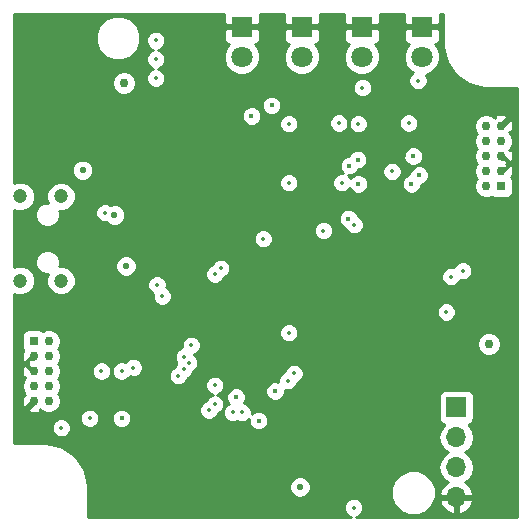
<source format=gbr>
%TF.GenerationSoftware,KiCad,Pcbnew,4.0.7-e2-6376~61~ubuntu18.04.1*%
%TF.CreationDate,2018-07-16T23:03:50+02:00*%
%TF.ProjectId,blackBoxProbe,626C61636B426F7850726F62652E6B69,rev?*%
%TF.FileFunction,Copper,L2,Inr,Signal*%
%FSLAX46Y46*%
G04 Gerber Fmt 4.6, Leading zero omitted, Abs format (unit mm)*
G04 Created by KiCad (PCBNEW 4.0.7-e2-6376~61~ubuntu18.04.1) date Mon Jul 16 23:03:50 2018*
%MOMM*%
%LPD*%
G01*
G04 APERTURE LIST*
%ADD10C,0.150000*%
%ADD11C,1.200000*%
%ADD12R,1.700000X1.700000*%
%ADD13O,1.700000X1.700000*%
%ADD14R,1.800000X1.800000*%
%ADD15C,1.800000*%
%ADD16R,0.750000X0.750000*%
%ADD17C,0.750000*%
%ADD18C,0.550000*%
%ADD19C,0.355600*%
%ADD20C,0.381000*%
%ADD21C,0.254000*%
G04 APERTURE END LIST*
D10*
D11*
X18975000Y-167395000D03*
X18975000Y-174545000D03*
X15525000Y-167395000D03*
X15525000Y-174545000D03*
D12*
X52450000Y-185260000D03*
D13*
X52450000Y-187800000D03*
X52450000Y-190340000D03*
X52450000Y-192880000D03*
D14*
X34290000Y-153035000D03*
D15*
X34290000Y-155575000D03*
D14*
X39370000Y-153035000D03*
D15*
X39370000Y-155575000D03*
D14*
X44450000Y-153035000D03*
D15*
X44450000Y-155575000D03*
D14*
X49530000Y-153035000D03*
D15*
X49530000Y-155575000D03*
D16*
X16665000Y-179660000D03*
D17*
X17935000Y-179660000D03*
X16665000Y-180930000D03*
X17935000Y-180930000D03*
X16665000Y-182200000D03*
X17935000Y-182200000D03*
X16665000Y-183470000D03*
X17935000Y-183470000D03*
X16665000Y-184740000D03*
X17935000Y-184740000D03*
D16*
X56235000Y-166540000D03*
D17*
X54965000Y-166540000D03*
X56235000Y-165270000D03*
X54965000Y-165270000D03*
X56235000Y-164000000D03*
X54965000Y-164000000D03*
X56235000Y-162730000D03*
X54965000Y-162730000D03*
X56235000Y-161460000D03*
X54965000Y-161460000D03*
D18*
X23500000Y-169000000D03*
X20800000Y-165200000D03*
X24500000Y-173300000D03*
D19*
X38250000Y-180450000D03*
X24600000Y-174900000D03*
X38200000Y-165300000D03*
D20*
X47000000Y-159800000D03*
D17*
X50800000Y-179900000D03*
D19*
X53800000Y-170400000D03*
X46400000Y-162000000D03*
X40500000Y-167000000D03*
X46400000Y-167000000D03*
X40500000Y-162000000D03*
X22800000Y-187700000D03*
X28000000Y-192900000D03*
X24500000Y-168900000D03*
D18*
X39200000Y-193600000D03*
D19*
X29050000Y-175850000D03*
D18*
X23600000Y-171500000D03*
D20*
X24100000Y-185200000D03*
D17*
X15550000Y-163200000D03*
X23150000Y-161100000D03*
D18*
X16210000Y-177935000D03*
D17*
X20500000Y-173750000D03*
D19*
X38250000Y-178950000D03*
X52000000Y-174200000D03*
X41200000Y-170300000D03*
X47000000Y-165300000D03*
X44500000Y-158200000D03*
D20*
X44150000Y-166350000D03*
D17*
X55200000Y-179900000D03*
D19*
X38250000Y-161250000D03*
X38250000Y-166250000D03*
X44150000Y-161250000D03*
X19000000Y-187000000D03*
D17*
X24300000Y-157800000D03*
D19*
X25100000Y-181900000D03*
X43750000Y-193750000D03*
D18*
X39200000Y-192000000D03*
D19*
X27550000Y-175850000D03*
D20*
X24100000Y-186200000D03*
D19*
X53000000Y-173700000D03*
X38200000Y-183000000D03*
D20*
X36800000Y-159700000D03*
D19*
X34300000Y-185700000D03*
D20*
X35100000Y-160600000D03*
D19*
X32000000Y-183400000D03*
X51600000Y-177200000D03*
X38700000Y-182400000D03*
X28900000Y-182600000D03*
X22700000Y-168800000D03*
X22400000Y-182200000D03*
X24100000Y-182200000D03*
X21400000Y-186200000D03*
X31500000Y-185500000D03*
X27100000Y-174900000D03*
X30000000Y-180000000D03*
D20*
X49300000Y-165600000D03*
X48800000Y-164000000D03*
D19*
X27000000Y-154200000D03*
X29400000Y-182000000D03*
X27000000Y-155800000D03*
X29800000Y-181500000D03*
X27000000Y-157400000D03*
X29400000Y-181000000D03*
X33500000Y-185700000D03*
X32500000Y-173500000D03*
X32000000Y-185000000D03*
X32000000Y-174000000D03*
D20*
X44100000Y-164300000D03*
X33800000Y-184400000D03*
X43300000Y-169300000D03*
X37100000Y-183900000D03*
D19*
X36100000Y-171000000D03*
X43800000Y-169800000D03*
D20*
X43400000Y-164800000D03*
X35700000Y-186400000D03*
X48650000Y-166350000D03*
D19*
X42500000Y-161200000D03*
X48400000Y-161200000D03*
X42750000Y-166250000D03*
X49200000Y-157600000D03*
D21*
G36*
X32755000Y-152008691D02*
X32755000Y-152749250D01*
X32913750Y-152908000D01*
X34163000Y-152908000D01*
X34163000Y-152888000D01*
X34417000Y-152888000D01*
X34417000Y-152908000D01*
X35666250Y-152908000D01*
X35825000Y-152749250D01*
X35825000Y-152008691D01*
X35804832Y-151960000D01*
X37855168Y-151960000D01*
X37835000Y-152008691D01*
X37835000Y-152749250D01*
X37993750Y-152908000D01*
X39243000Y-152908000D01*
X39243000Y-152888000D01*
X39497000Y-152888000D01*
X39497000Y-152908000D01*
X40746250Y-152908000D01*
X40905000Y-152749250D01*
X40905000Y-152008691D01*
X40884832Y-151960000D01*
X42935168Y-151960000D01*
X42915000Y-152008691D01*
X42915000Y-152749250D01*
X43073750Y-152908000D01*
X44323000Y-152908000D01*
X44323000Y-152888000D01*
X44577000Y-152888000D01*
X44577000Y-152908000D01*
X45826250Y-152908000D01*
X45985000Y-152749250D01*
X45985000Y-152008691D01*
X45964832Y-151960000D01*
X48015168Y-151960000D01*
X47995000Y-152008691D01*
X47995000Y-152749250D01*
X48153750Y-152908000D01*
X49403000Y-152908000D01*
X49403000Y-152888000D01*
X49657000Y-152888000D01*
X49657000Y-152908000D01*
X50906250Y-152908000D01*
X51065000Y-152749250D01*
X51065000Y-152008691D01*
X51044832Y-151960000D01*
X51340000Y-151960000D01*
X51340000Y-154500000D01*
X51353642Y-154568584D01*
X51353642Y-154638514D01*
X51582003Y-155786564D01*
X51654244Y-155960967D01*
X51688018Y-156042505D01*
X52338337Y-157015775D01*
X52534225Y-157211663D01*
X53507495Y-157861982D01*
X53585889Y-157894454D01*
X53763436Y-157967997D01*
X54911487Y-158196358D01*
X54981416Y-158196358D01*
X55050000Y-158210000D01*
X57590000Y-158210000D01*
X57590000Y-194540000D01*
X43966488Y-194540000D01*
X44209813Y-194439460D01*
X44438657Y-194211016D01*
X44562659Y-193912385D01*
X44562941Y-193589033D01*
X44439460Y-193290187D01*
X44211016Y-193061343D01*
X43912385Y-192937341D01*
X43589033Y-192937059D01*
X43290187Y-193060540D01*
X43061343Y-193288984D01*
X42937341Y-193587615D01*
X42937059Y-193910967D01*
X43060540Y-194209813D01*
X43288984Y-194438657D01*
X43533046Y-194540000D01*
X21260000Y-194540000D01*
X21260000Y-192180216D01*
X38289842Y-192180216D01*
X38428090Y-192514800D01*
X38683853Y-192771011D01*
X39018196Y-192909842D01*
X39380216Y-192910158D01*
X39469406Y-192873305D01*
X46914674Y-192873305D01*
X47201043Y-193566372D01*
X47730839Y-194097093D01*
X48423405Y-194384672D01*
X49173305Y-194385326D01*
X49866372Y-194098957D01*
X50397093Y-193569161D01*
X50535064Y-193236890D01*
X51008524Y-193236890D01*
X51178355Y-193646924D01*
X51568642Y-194075183D01*
X52093108Y-194321486D01*
X52323000Y-194200819D01*
X52323000Y-193007000D01*
X52577000Y-193007000D01*
X52577000Y-194200819D01*
X52806892Y-194321486D01*
X53331358Y-194075183D01*
X53721645Y-193646924D01*
X53891476Y-193236890D01*
X53770155Y-193007000D01*
X52577000Y-193007000D01*
X52323000Y-193007000D01*
X51129845Y-193007000D01*
X51008524Y-193236890D01*
X50535064Y-193236890D01*
X50684672Y-192876595D01*
X50685326Y-192126695D01*
X50398957Y-191433628D01*
X49869161Y-190902907D01*
X49176595Y-190615328D01*
X48426695Y-190614674D01*
X47733628Y-190901043D01*
X47202907Y-191430839D01*
X46915328Y-192123405D01*
X46914674Y-192873305D01*
X39469406Y-192873305D01*
X39714800Y-192771910D01*
X39971011Y-192516147D01*
X40109842Y-192181804D01*
X40110158Y-191819784D01*
X39971910Y-191485200D01*
X39716147Y-191228989D01*
X39381804Y-191090158D01*
X39019784Y-191089842D01*
X38685200Y-191228090D01*
X38428989Y-191483853D01*
X38290158Y-191818196D01*
X38289842Y-192180216D01*
X21260000Y-192180216D01*
X21260000Y-192000000D01*
X21246358Y-191931416D01*
X21246358Y-191861487D01*
X21017997Y-190713436D01*
X20911982Y-190457496D01*
X20911982Y-190457495D01*
X20261663Y-189484225D01*
X20065775Y-189288337D01*
X19092505Y-188638018D01*
X18836564Y-188532003D01*
X17688514Y-188303642D01*
X17618584Y-188303642D01*
X17550000Y-188290000D01*
X15010000Y-188290000D01*
X15010000Y-187160967D01*
X18187059Y-187160967D01*
X18310540Y-187459813D01*
X18538984Y-187688657D01*
X18837615Y-187812659D01*
X19160967Y-187812941D01*
X19192286Y-187800000D01*
X50935907Y-187800000D01*
X51048946Y-188368285D01*
X51370853Y-188850054D01*
X51700026Y-189070000D01*
X51370853Y-189289946D01*
X51048946Y-189771715D01*
X50935907Y-190340000D01*
X51048946Y-190908285D01*
X51370853Y-191390054D01*
X51711553Y-191617702D01*
X51568642Y-191684817D01*
X51178355Y-192113076D01*
X51008524Y-192523110D01*
X51129845Y-192753000D01*
X52323000Y-192753000D01*
X52323000Y-192733000D01*
X52577000Y-192733000D01*
X52577000Y-192753000D01*
X53770155Y-192753000D01*
X53891476Y-192523110D01*
X53721645Y-192113076D01*
X53331358Y-191684817D01*
X53188447Y-191617702D01*
X53529147Y-191390054D01*
X53851054Y-190908285D01*
X53964093Y-190340000D01*
X53851054Y-189771715D01*
X53529147Y-189289946D01*
X53199974Y-189070000D01*
X53529147Y-188850054D01*
X53851054Y-188368285D01*
X53964093Y-187800000D01*
X53851054Y-187231715D01*
X53529147Y-186749946D01*
X53487548Y-186722150D01*
X53535317Y-186713162D01*
X53751441Y-186574090D01*
X53896431Y-186361890D01*
X53947440Y-186110000D01*
X53947440Y-184410000D01*
X53903162Y-184174683D01*
X53764090Y-183958559D01*
X53551890Y-183813569D01*
X53300000Y-183762560D01*
X51600000Y-183762560D01*
X51364683Y-183806838D01*
X51148559Y-183945910D01*
X51003569Y-184158110D01*
X50952560Y-184410000D01*
X50952560Y-186110000D01*
X50996838Y-186345317D01*
X51135910Y-186561441D01*
X51348110Y-186706431D01*
X51415541Y-186720086D01*
X51370853Y-186749946D01*
X51048946Y-187231715D01*
X50935907Y-187800000D01*
X19192286Y-187800000D01*
X19459813Y-187689460D01*
X19688657Y-187461016D01*
X19812659Y-187162385D01*
X19812941Y-186839033D01*
X19689460Y-186540187D01*
X19510554Y-186360967D01*
X20587059Y-186360967D01*
X20710540Y-186659813D01*
X20938984Y-186888657D01*
X21237615Y-187012659D01*
X21560967Y-187012941D01*
X21859813Y-186889460D01*
X22088657Y-186661016D01*
X22212203Y-186363482D01*
X23274357Y-186363482D01*
X23399767Y-186666998D01*
X23631781Y-186899417D01*
X23935077Y-187025357D01*
X24263482Y-187025643D01*
X24566998Y-186900233D01*
X24799417Y-186668219D01*
X24925357Y-186364923D01*
X24925643Y-186036518D01*
X24800233Y-185733002D01*
X24728324Y-185660967D01*
X30687059Y-185660967D01*
X30810540Y-185959813D01*
X31038984Y-186188657D01*
X31337615Y-186312659D01*
X31660967Y-186312941D01*
X31959813Y-186189460D01*
X32188657Y-185961016D01*
X32230200Y-185860967D01*
X32687059Y-185860967D01*
X32810540Y-186159813D01*
X33038984Y-186388657D01*
X33337615Y-186512659D01*
X33660967Y-186512941D01*
X33900219Y-186414084D01*
X34137615Y-186512659D01*
X34460967Y-186512941D01*
X34759813Y-186389460D01*
X34874608Y-186274865D01*
X34874357Y-186563482D01*
X34999767Y-186866998D01*
X35231781Y-187099417D01*
X35535077Y-187225357D01*
X35863482Y-187225643D01*
X36166998Y-187100233D01*
X36399417Y-186868219D01*
X36525357Y-186564923D01*
X36525643Y-186236518D01*
X36400233Y-185933002D01*
X36168219Y-185700583D01*
X35864923Y-185574643D01*
X35536518Y-185574357D01*
X35233002Y-185699767D01*
X35112696Y-185819863D01*
X35112941Y-185539033D01*
X34989460Y-185240187D01*
X34761016Y-185011343D01*
X34475010Y-184892583D01*
X34499417Y-184868219D01*
X34625357Y-184564923D01*
X34625643Y-184236518D01*
X34554147Y-184063482D01*
X36274357Y-184063482D01*
X36399767Y-184366998D01*
X36631781Y-184599417D01*
X36935077Y-184725357D01*
X37263482Y-184725643D01*
X37566998Y-184600233D01*
X37799417Y-184368219D01*
X37925357Y-184064923D01*
X37925617Y-183766154D01*
X38037615Y-183812659D01*
X38360967Y-183812941D01*
X38659813Y-183689460D01*
X38888657Y-183461016D01*
X39012659Y-183162385D01*
X39012670Y-183150259D01*
X39159813Y-183089460D01*
X39388657Y-182861016D01*
X39512659Y-182562385D01*
X39512941Y-182239033D01*
X39389460Y-181940187D01*
X39161016Y-181711343D01*
X38862385Y-181587341D01*
X38539033Y-181587059D01*
X38240187Y-181710540D01*
X38011343Y-181938984D01*
X37887341Y-182237615D01*
X37887330Y-182249741D01*
X37740187Y-182310540D01*
X37511343Y-182538984D01*
X37387341Y-182837615D01*
X37387090Y-183125371D01*
X37264923Y-183074643D01*
X36936518Y-183074357D01*
X36633002Y-183199767D01*
X36400583Y-183431781D01*
X36274643Y-183735077D01*
X36274357Y-184063482D01*
X34554147Y-184063482D01*
X34500233Y-183933002D01*
X34268219Y-183700583D01*
X33964923Y-183574643D01*
X33636518Y-183574357D01*
X33333002Y-183699767D01*
X33100583Y-183931781D01*
X32974643Y-184235077D01*
X32974357Y-184563482D01*
X33099767Y-184866998D01*
X33183816Y-184951194D01*
X33040187Y-185010540D01*
X32811343Y-185238984D01*
X32687341Y-185537615D01*
X32687059Y-185860967D01*
X32230200Y-185860967D01*
X32268612Y-185768463D01*
X32459813Y-185689460D01*
X32688657Y-185461016D01*
X32812659Y-185162385D01*
X32812941Y-184839033D01*
X32689460Y-184540187D01*
X32461016Y-184311343D01*
X32192580Y-184199879D01*
X32459813Y-184089460D01*
X32688657Y-183861016D01*
X32812659Y-183562385D01*
X32812941Y-183239033D01*
X32689460Y-182940187D01*
X32461016Y-182711343D01*
X32162385Y-182587341D01*
X31839033Y-182587059D01*
X31540187Y-182710540D01*
X31311343Y-182938984D01*
X31187341Y-183237615D01*
X31187059Y-183560967D01*
X31310540Y-183859813D01*
X31538984Y-184088657D01*
X31807420Y-184200121D01*
X31540187Y-184310540D01*
X31311343Y-184538984D01*
X31231388Y-184731537D01*
X31040187Y-184810540D01*
X30811343Y-185038984D01*
X30687341Y-185337615D01*
X30687059Y-185660967D01*
X24728324Y-185660967D01*
X24568219Y-185500583D01*
X24264923Y-185374643D01*
X23936518Y-185374357D01*
X23633002Y-185499767D01*
X23400583Y-185731781D01*
X23274643Y-186035077D01*
X23274357Y-186363482D01*
X22212203Y-186363482D01*
X22212659Y-186362385D01*
X22212941Y-186039033D01*
X22089460Y-185740187D01*
X21861016Y-185511343D01*
X21562385Y-185387341D01*
X21239033Y-185387059D01*
X20940187Y-185510540D01*
X20711343Y-185738984D01*
X20587341Y-186037615D01*
X20587059Y-186360967D01*
X19510554Y-186360967D01*
X19461016Y-186311343D01*
X19162385Y-186187341D01*
X18839033Y-186187059D01*
X18540187Y-186310540D01*
X18311343Y-186538984D01*
X18187341Y-186837615D01*
X18187059Y-187160967D01*
X15010000Y-187160967D01*
X15010000Y-180814927D01*
X15641662Y-180814927D01*
X15675523Y-181215301D01*
X15763596Y-181427928D01*
X15965863Y-181449532D01*
X16485395Y-180930000D01*
X16471253Y-180915858D01*
X16650858Y-180736253D01*
X16665000Y-180750395D01*
X16679143Y-180736253D01*
X16858748Y-180915858D01*
X16844605Y-180930000D01*
X16858748Y-180944143D01*
X16679143Y-181123748D01*
X16665000Y-181109605D01*
X16581117Y-181193488D01*
X16379699Y-181210523D01*
X16167072Y-181298596D01*
X16145468Y-181500863D01*
X16209605Y-181565000D01*
X16145468Y-181629137D01*
X16167072Y-181831404D01*
X16549927Y-181953338D01*
X16594199Y-181949594D01*
X16665000Y-182020395D01*
X16679143Y-182006253D01*
X16858748Y-182185858D01*
X16844605Y-182200000D01*
X16858748Y-182214143D01*
X16679143Y-182393748D01*
X16665000Y-182379605D01*
X16650858Y-182393748D01*
X16471253Y-182214143D01*
X16485395Y-182200000D01*
X15965863Y-181680468D01*
X15763596Y-181702072D01*
X15641662Y-182084927D01*
X15675523Y-182485301D01*
X15763596Y-182697928D01*
X15965860Y-182719532D01*
X15848786Y-182836606D01*
X15859332Y-182847152D01*
X15809263Y-182897134D01*
X15655176Y-183268217D01*
X15654825Y-183670020D01*
X15808264Y-184041372D01*
X15859491Y-184092689D01*
X15848786Y-184103394D01*
X15965860Y-184220468D01*
X15763596Y-184242072D01*
X15641662Y-184624927D01*
X15675523Y-185025301D01*
X15763596Y-185237928D01*
X15965863Y-185259532D01*
X16485395Y-184740000D01*
X16471253Y-184725858D01*
X16650858Y-184546253D01*
X16665000Y-184560395D01*
X16679143Y-184546253D01*
X16858748Y-184725858D01*
X16844605Y-184740000D01*
X16858748Y-184754143D01*
X16679143Y-184933748D01*
X16665000Y-184919605D01*
X16145468Y-185439137D01*
X16167072Y-185641404D01*
X16549927Y-185763338D01*
X16950301Y-185729477D01*
X17162928Y-185641404D01*
X17184532Y-185439140D01*
X17301606Y-185556214D01*
X17312152Y-185545668D01*
X17362134Y-185595737D01*
X17733217Y-185749824D01*
X18135020Y-185750175D01*
X18506372Y-185596736D01*
X18790737Y-185312866D01*
X18944824Y-184941783D01*
X18945175Y-184539980D01*
X18791736Y-184168628D01*
X18728356Y-184105138D01*
X18790737Y-184042866D01*
X18944824Y-183671783D01*
X18945175Y-183269980D01*
X18791736Y-182898628D01*
X18728356Y-182835138D01*
X18790737Y-182772866D01*
X18944824Y-182401783D01*
X18944859Y-182360967D01*
X21587059Y-182360967D01*
X21710540Y-182659813D01*
X21938984Y-182888657D01*
X22237615Y-183012659D01*
X22560967Y-183012941D01*
X22859813Y-182889460D01*
X23088657Y-182661016D01*
X23212659Y-182362385D01*
X23212660Y-182360967D01*
X23287059Y-182360967D01*
X23410540Y-182659813D01*
X23638984Y-182888657D01*
X23937615Y-183012659D01*
X24260967Y-183012941D01*
X24559813Y-182889460D01*
X24688530Y-182760967D01*
X28087059Y-182760967D01*
X28210540Y-183059813D01*
X28438984Y-183288657D01*
X28737615Y-183412659D01*
X29060967Y-183412941D01*
X29359813Y-183289460D01*
X29588657Y-183061016D01*
X29712659Y-182762385D01*
X29712670Y-182750259D01*
X29859813Y-182689460D01*
X30088657Y-182461016D01*
X30189322Y-182218586D01*
X30259813Y-182189460D01*
X30488657Y-181961016D01*
X30612659Y-181662385D01*
X30612941Y-181339033D01*
X30489460Y-181040187D01*
X30261016Y-180811343D01*
X30213044Y-180791423D01*
X30459813Y-180689460D01*
X30688657Y-180461016D01*
X30812659Y-180162385D01*
X30812713Y-180100020D01*
X54189825Y-180100020D01*
X54343264Y-180471372D01*
X54627134Y-180755737D01*
X54998217Y-180909824D01*
X55400020Y-180910175D01*
X55771372Y-180756736D01*
X56055737Y-180472866D01*
X56209824Y-180101783D01*
X56210175Y-179699980D01*
X56056736Y-179328628D01*
X55772866Y-179044263D01*
X55401783Y-178890176D01*
X54999980Y-178889825D01*
X54628628Y-179043264D01*
X54344263Y-179327134D01*
X54190176Y-179698217D01*
X54189825Y-180100020D01*
X30812713Y-180100020D01*
X30812941Y-179839033D01*
X30689460Y-179540187D01*
X30461016Y-179311343D01*
X30162385Y-179187341D01*
X29839033Y-179187059D01*
X29540187Y-179310540D01*
X29311343Y-179538984D01*
X29187341Y-179837615D01*
X29187059Y-180160967D01*
X29203847Y-180201598D01*
X28940187Y-180310540D01*
X28711343Y-180538984D01*
X28587341Y-180837615D01*
X28587059Y-181160967D01*
X28710540Y-181459813D01*
X28750526Y-181499869D01*
X28711343Y-181538984D01*
X28587341Y-181837615D01*
X28587330Y-181849741D01*
X28440187Y-181910540D01*
X28211343Y-182138984D01*
X28087341Y-182437615D01*
X28087059Y-182760967D01*
X24688530Y-182760967D01*
X24788657Y-182661016D01*
X24792273Y-182652308D01*
X24937615Y-182712659D01*
X25260967Y-182712941D01*
X25559813Y-182589460D01*
X25788657Y-182361016D01*
X25912659Y-182062385D01*
X25912941Y-181739033D01*
X25789460Y-181440187D01*
X25561016Y-181211343D01*
X25262385Y-181087341D01*
X24939033Y-181087059D01*
X24640187Y-181210540D01*
X24411343Y-181438984D01*
X24407727Y-181447692D01*
X24262385Y-181387341D01*
X23939033Y-181387059D01*
X23640187Y-181510540D01*
X23411343Y-181738984D01*
X23287341Y-182037615D01*
X23287059Y-182360967D01*
X23212660Y-182360967D01*
X23212941Y-182039033D01*
X23089460Y-181740187D01*
X22861016Y-181511343D01*
X22562385Y-181387341D01*
X22239033Y-181387059D01*
X21940187Y-181510540D01*
X21711343Y-181738984D01*
X21587341Y-182037615D01*
X21587059Y-182360967D01*
X18944859Y-182360967D01*
X18945175Y-181999980D01*
X18791736Y-181628628D01*
X18728356Y-181565138D01*
X18790737Y-181502866D01*
X18944824Y-181131783D01*
X18945175Y-180729980D01*
X18791736Y-180358628D01*
X18728356Y-180295138D01*
X18790737Y-180232866D01*
X18944824Y-179861783D01*
X18945175Y-179459980D01*
X18800967Y-179110967D01*
X37437059Y-179110967D01*
X37560540Y-179409813D01*
X37788984Y-179638657D01*
X38087615Y-179762659D01*
X38410967Y-179762941D01*
X38709813Y-179639460D01*
X38938657Y-179411016D01*
X39062659Y-179112385D01*
X39062941Y-178789033D01*
X38939460Y-178490187D01*
X38711016Y-178261343D01*
X38412385Y-178137341D01*
X38089033Y-178137059D01*
X37790187Y-178260540D01*
X37561343Y-178488984D01*
X37437341Y-178787615D01*
X37437059Y-179110967D01*
X18800967Y-179110967D01*
X18791736Y-179088628D01*
X18507866Y-178804263D01*
X18136783Y-178650176D01*
X17734980Y-178649825D01*
X17423528Y-178778514D01*
X17291890Y-178688569D01*
X17040000Y-178637560D01*
X16290000Y-178637560D01*
X16054683Y-178681838D01*
X15838559Y-178820910D01*
X15693569Y-179033110D01*
X15642560Y-179285000D01*
X15642560Y-180035000D01*
X15686838Y-180270317D01*
X15789167Y-180429341D01*
X15763596Y-180432072D01*
X15641662Y-180814927D01*
X15010000Y-180814927D01*
X15010000Y-177360967D01*
X50787059Y-177360967D01*
X50910540Y-177659813D01*
X51138984Y-177888657D01*
X51437615Y-178012659D01*
X51760967Y-178012941D01*
X52059813Y-177889460D01*
X52288657Y-177661016D01*
X52412659Y-177362385D01*
X52412941Y-177039033D01*
X52289460Y-176740187D01*
X52061016Y-176511343D01*
X51762385Y-176387341D01*
X51439033Y-176387059D01*
X51140187Y-176510540D01*
X50911343Y-176738984D01*
X50787341Y-177037615D01*
X50787059Y-177360967D01*
X15010000Y-177360967D01*
X15010000Y-175668391D01*
X15278266Y-175779785D01*
X15769579Y-175780214D01*
X16223657Y-175592592D01*
X16571371Y-175245485D01*
X16759785Y-174791734D01*
X16760214Y-174300421D01*
X16572592Y-173846343D01*
X16225485Y-173498629D01*
X15771734Y-173310215D01*
X15280421Y-173309786D01*
X15010000Y-173421522D01*
X15010000Y-173174971D01*
X16789821Y-173174971D01*
X16947058Y-173555515D01*
X17237954Y-173846919D01*
X17618223Y-174004820D01*
X17861976Y-174005033D01*
X17740215Y-174298266D01*
X17739786Y-174789579D01*
X17927408Y-175243657D01*
X18274515Y-175591371D01*
X18728266Y-175779785D01*
X19219579Y-175780214D01*
X19673657Y-175592592D01*
X20021371Y-175245485D01*
X20097989Y-175060967D01*
X26287059Y-175060967D01*
X26410540Y-175359813D01*
X26638984Y-175588657D01*
X26757924Y-175638045D01*
X26737341Y-175687615D01*
X26737059Y-176010967D01*
X26860540Y-176309813D01*
X27088984Y-176538657D01*
X27387615Y-176662659D01*
X27710967Y-176662941D01*
X28009813Y-176539460D01*
X28238657Y-176311016D01*
X28362659Y-176012385D01*
X28362941Y-175689033D01*
X28239460Y-175390187D01*
X28011016Y-175161343D01*
X27892076Y-175111955D01*
X27912659Y-175062385D01*
X27912941Y-174739033D01*
X27789460Y-174440187D01*
X27561016Y-174211343D01*
X27439697Y-174160967D01*
X31187059Y-174160967D01*
X31310540Y-174459813D01*
X31538984Y-174688657D01*
X31837615Y-174812659D01*
X32160967Y-174812941D01*
X32459813Y-174689460D01*
X32688657Y-174461016D01*
X32730200Y-174360967D01*
X51187059Y-174360967D01*
X51310540Y-174659813D01*
X51538984Y-174888657D01*
X51837615Y-175012659D01*
X52160967Y-175012941D01*
X52459813Y-174889460D01*
X52688657Y-174661016D01*
X52763107Y-174481721D01*
X52837615Y-174512659D01*
X53160967Y-174512941D01*
X53459813Y-174389460D01*
X53688657Y-174161016D01*
X53812659Y-173862385D01*
X53812941Y-173539033D01*
X53689460Y-173240187D01*
X53461016Y-173011343D01*
X53162385Y-172887341D01*
X52839033Y-172887059D01*
X52540187Y-173010540D01*
X52311343Y-173238984D01*
X52236893Y-173418279D01*
X52162385Y-173387341D01*
X51839033Y-173387059D01*
X51540187Y-173510540D01*
X51311343Y-173738984D01*
X51187341Y-174037615D01*
X51187059Y-174360967D01*
X32730200Y-174360967D01*
X32768612Y-174268463D01*
X32959813Y-174189460D01*
X33188657Y-173961016D01*
X33312659Y-173662385D01*
X33312941Y-173339033D01*
X33189460Y-173040187D01*
X32961016Y-172811343D01*
X32662385Y-172687341D01*
X32339033Y-172687059D01*
X32040187Y-172810540D01*
X31811343Y-173038984D01*
X31731388Y-173231537D01*
X31540187Y-173310540D01*
X31311343Y-173538984D01*
X31187341Y-173837615D01*
X31187059Y-174160967D01*
X27439697Y-174160967D01*
X27262385Y-174087341D01*
X26939033Y-174087059D01*
X26640187Y-174210540D01*
X26411343Y-174438984D01*
X26287341Y-174737615D01*
X26287059Y-175060967D01*
X20097989Y-175060967D01*
X20209785Y-174791734D01*
X20210214Y-174300421D01*
X20022592Y-173846343D01*
X19675485Y-173498629D01*
X19631142Y-173480216D01*
X23589842Y-173480216D01*
X23728090Y-173814800D01*
X23983853Y-174071011D01*
X24318196Y-174209842D01*
X24680216Y-174210158D01*
X25014800Y-174071910D01*
X25271011Y-173816147D01*
X25409842Y-173481804D01*
X25410158Y-173119784D01*
X25271910Y-172785200D01*
X25016147Y-172528989D01*
X24681804Y-172390158D01*
X24319784Y-172389842D01*
X23985200Y-172528090D01*
X23728989Y-172783853D01*
X23590158Y-173118196D01*
X23589842Y-173480216D01*
X19631142Y-173480216D01*
X19221734Y-173310215D01*
X18804563Y-173309851D01*
X18859820Y-173176777D01*
X18860179Y-172765029D01*
X18702942Y-172384485D01*
X18412046Y-172093081D01*
X18031777Y-171935180D01*
X17620029Y-171934821D01*
X17239485Y-172092058D01*
X16948081Y-172382954D01*
X16790180Y-172763223D01*
X16789821Y-173174971D01*
X15010000Y-173174971D01*
X15010000Y-171160967D01*
X35287059Y-171160967D01*
X35410540Y-171459813D01*
X35638984Y-171688657D01*
X35937615Y-171812659D01*
X36260967Y-171812941D01*
X36559813Y-171689460D01*
X36788657Y-171461016D01*
X36912659Y-171162385D01*
X36912941Y-170839033D01*
X36789460Y-170540187D01*
X36710379Y-170460967D01*
X40387059Y-170460967D01*
X40510540Y-170759813D01*
X40738984Y-170988657D01*
X41037615Y-171112659D01*
X41360967Y-171112941D01*
X41659813Y-170989460D01*
X41888657Y-170761016D01*
X42012659Y-170462385D01*
X42012941Y-170139033D01*
X41889460Y-169840187D01*
X41661016Y-169611343D01*
X41362385Y-169487341D01*
X41039033Y-169487059D01*
X40740187Y-169610540D01*
X40511343Y-169838984D01*
X40387341Y-170137615D01*
X40387059Y-170460967D01*
X36710379Y-170460967D01*
X36561016Y-170311343D01*
X36262385Y-170187341D01*
X35939033Y-170187059D01*
X35640187Y-170310540D01*
X35411343Y-170538984D01*
X35287341Y-170837615D01*
X35287059Y-171160967D01*
X15010000Y-171160967D01*
X15010000Y-169174971D01*
X16789821Y-169174971D01*
X16947058Y-169555515D01*
X17237954Y-169846919D01*
X17618223Y-170004820D01*
X18029971Y-170005179D01*
X18410515Y-169847942D01*
X18701919Y-169557046D01*
X18859820Y-169176777D01*
X18860008Y-168960967D01*
X21887059Y-168960967D01*
X22010540Y-169259813D01*
X22238984Y-169488657D01*
X22537615Y-169612659D01*
X22826029Y-169612911D01*
X22983853Y-169771011D01*
X23318196Y-169909842D01*
X23680216Y-169910158D01*
X24014800Y-169771910D01*
X24271011Y-169516147D01*
X24292879Y-169463482D01*
X42474357Y-169463482D01*
X42599767Y-169766998D01*
X42831781Y-169999417D01*
X43038396Y-170085211D01*
X43110540Y-170259813D01*
X43338984Y-170488657D01*
X43637615Y-170612659D01*
X43960967Y-170612941D01*
X44259813Y-170489460D01*
X44488657Y-170261016D01*
X44612659Y-169962385D01*
X44612941Y-169639033D01*
X44489460Y-169340187D01*
X44261016Y-169111343D01*
X44085050Y-169038276D01*
X44000233Y-168833002D01*
X43768219Y-168600583D01*
X43464923Y-168474643D01*
X43136518Y-168474357D01*
X42833002Y-168599767D01*
X42600583Y-168831781D01*
X42474643Y-169135077D01*
X42474357Y-169463482D01*
X24292879Y-169463482D01*
X24409842Y-169181804D01*
X24410158Y-168819784D01*
X24271910Y-168485200D01*
X24016147Y-168228989D01*
X23681804Y-168090158D01*
X23319784Y-168089842D01*
X23192184Y-168142566D01*
X23161016Y-168111343D01*
X22862385Y-167987341D01*
X22539033Y-167987059D01*
X22240187Y-168110540D01*
X22011343Y-168338984D01*
X21887341Y-168637615D01*
X21887059Y-168960967D01*
X18860008Y-168960967D01*
X18860179Y-168765029D01*
X18804325Y-168629851D01*
X19219579Y-168630214D01*
X19673657Y-168442592D01*
X20021371Y-168095485D01*
X20209785Y-167641734D01*
X20210214Y-167150421D01*
X20022592Y-166696343D01*
X19737715Y-166410967D01*
X37437059Y-166410967D01*
X37560540Y-166709813D01*
X37788984Y-166938657D01*
X38087615Y-167062659D01*
X38410967Y-167062941D01*
X38709813Y-166939460D01*
X38938657Y-166711016D01*
X39062659Y-166412385D01*
X39062660Y-166410967D01*
X41937059Y-166410967D01*
X42060540Y-166709813D01*
X42288984Y-166938657D01*
X42587615Y-167062659D01*
X42910967Y-167062941D01*
X43209813Y-166939460D01*
X43415520Y-166734113D01*
X43449767Y-166816998D01*
X43681781Y-167049417D01*
X43985077Y-167175357D01*
X44313482Y-167175643D01*
X44616998Y-167050233D01*
X44849417Y-166818219D01*
X44975357Y-166514923D01*
X44975358Y-166513482D01*
X47824357Y-166513482D01*
X47949767Y-166816998D01*
X48181781Y-167049417D01*
X48485077Y-167175357D01*
X48813482Y-167175643D01*
X49116998Y-167050233D01*
X49349417Y-166818219D01*
X49475357Y-166514923D01*
X49475439Y-166420702D01*
X49766998Y-166300233D01*
X49999417Y-166068219D01*
X50125357Y-165764923D01*
X50125643Y-165436518D01*
X50000233Y-165133002D01*
X49768219Y-164900583D01*
X49464923Y-164774643D01*
X49136518Y-164774357D01*
X48833002Y-164899767D01*
X48600583Y-165131781D01*
X48474643Y-165435077D01*
X48474561Y-165529298D01*
X48183002Y-165649767D01*
X47950583Y-165881781D01*
X47824643Y-166185077D01*
X47824357Y-166513482D01*
X44975358Y-166513482D01*
X44975643Y-166186518D01*
X44850233Y-165883002D01*
X44618219Y-165650583D01*
X44314923Y-165524643D01*
X43986518Y-165524357D01*
X43683002Y-165649767D01*
X43469502Y-165862895D01*
X43439460Y-165790187D01*
X43274953Y-165625392D01*
X43563482Y-165625643D01*
X43866998Y-165500233D01*
X43906332Y-165460967D01*
X46187059Y-165460967D01*
X46310540Y-165759813D01*
X46538984Y-165988657D01*
X46837615Y-166112659D01*
X47160967Y-166112941D01*
X47459813Y-165989460D01*
X47688657Y-165761016D01*
X47812659Y-165462385D01*
X47812941Y-165139033D01*
X47689460Y-164840187D01*
X47461016Y-164611343D01*
X47162385Y-164487341D01*
X46839033Y-164487059D01*
X46540187Y-164610540D01*
X46311343Y-164838984D01*
X46187341Y-165137615D01*
X46187059Y-165460967D01*
X43906332Y-165460967D01*
X44099417Y-165268219D01*
X44158658Y-165125552D01*
X44263482Y-165125643D01*
X44566998Y-165000233D01*
X44799417Y-164768219D01*
X44925357Y-164464923D01*
X44925619Y-164163482D01*
X47974357Y-164163482D01*
X48099767Y-164466998D01*
X48331781Y-164699417D01*
X48635077Y-164825357D01*
X48963482Y-164825643D01*
X49266998Y-164700233D01*
X49499417Y-164468219D01*
X49625357Y-164164923D01*
X49625643Y-163836518D01*
X49500233Y-163533002D01*
X49268219Y-163300583D01*
X48964923Y-163174643D01*
X48636518Y-163174357D01*
X48333002Y-163299767D01*
X48100583Y-163531781D01*
X47974643Y-163835077D01*
X47974357Y-164163482D01*
X44925619Y-164163482D01*
X44925643Y-164136518D01*
X44800233Y-163833002D01*
X44568219Y-163600583D01*
X44264923Y-163474643D01*
X43936518Y-163474357D01*
X43633002Y-163599767D01*
X43400583Y-163831781D01*
X43341342Y-163974448D01*
X43236518Y-163974357D01*
X42933002Y-164099767D01*
X42700583Y-164331781D01*
X42574643Y-164635077D01*
X42574357Y-164963482D01*
X42699767Y-165266998D01*
X42869776Y-165437304D01*
X42589033Y-165437059D01*
X42290187Y-165560540D01*
X42061343Y-165788984D01*
X41937341Y-166087615D01*
X41937059Y-166410967D01*
X39062660Y-166410967D01*
X39062941Y-166089033D01*
X38939460Y-165790187D01*
X38711016Y-165561343D01*
X38412385Y-165437341D01*
X38089033Y-165437059D01*
X37790187Y-165560540D01*
X37561343Y-165788984D01*
X37437341Y-166087615D01*
X37437059Y-166410967D01*
X19737715Y-166410967D01*
X19675485Y-166348629D01*
X19221734Y-166160215D01*
X18730421Y-166159786D01*
X18276343Y-166347408D01*
X17928629Y-166694515D01*
X17740215Y-167148266D01*
X17739786Y-167639579D01*
X17861865Y-167935032D01*
X17620029Y-167934821D01*
X17239485Y-168092058D01*
X16948081Y-168382954D01*
X16790180Y-168763223D01*
X16789821Y-169174971D01*
X15010000Y-169174971D01*
X15010000Y-168518391D01*
X15278266Y-168629785D01*
X15769579Y-168630214D01*
X16223657Y-168442592D01*
X16571371Y-168095485D01*
X16759785Y-167641734D01*
X16760214Y-167150421D01*
X16572592Y-166696343D01*
X16225485Y-166348629D01*
X15771734Y-166160215D01*
X15280421Y-166159786D01*
X15010000Y-166271522D01*
X15010000Y-165380216D01*
X19889842Y-165380216D01*
X20028090Y-165714800D01*
X20283853Y-165971011D01*
X20618196Y-166109842D01*
X20980216Y-166110158D01*
X21314800Y-165971910D01*
X21571011Y-165716147D01*
X21709842Y-165381804D01*
X21710158Y-165019784D01*
X21571910Y-164685200D01*
X21316147Y-164428989D01*
X20981804Y-164290158D01*
X20619784Y-164289842D01*
X20285200Y-164428090D01*
X20028989Y-164683853D01*
X19890158Y-165018196D01*
X19889842Y-165380216D01*
X15010000Y-165380216D01*
X15010000Y-160763482D01*
X34274357Y-160763482D01*
X34399767Y-161066998D01*
X34631781Y-161299417D01*
X34935077Y-161425357D01*
X35263482Y-161425643D01*
X35299000Y-161410967D01*
X37437059Y-161410967D01*
X37560540Y-161709813D01*
X37788984Y-161938657D01*
X38087615Y-162062659D01*
X38410967Y-162062941D01*
X38709813Y-161939460D01*
X38938657Y-161711016D01*
X39062659Y-161412385D01*
X39062703Y-161360967D01*
X41687059Y-161360967D01*
X41810540Y-161659813D01*
X42038984Y-161888657D01*
X42337615Y-162012659D01*
X42660967Y-162012941D01*
X42959813Y-161889460D01*
X43188657Y-161661016D01*
X43292486Y-161410967D01*
X43337059Y-161410967D01*
X43460540Y-161709813D01*
X43688984Y-161938657D01*
X43987615Y-162062659D01*
X44310967Y-162062941D01*
X44609813Y-161939460D01*
X44838657Y-161711016D01*
X44962659Y-161412385D01*
X44962703Y-161360967D01*
X47587059Y-161360967D01*
X47710540Y-161659813D01*
X47938984Y-161888657D01*
X48237615Y-162012659D01*
X48560967Y-162012941D01*
X48859813Y-161889460D01*
X49088657Y-161661016D01*
X49089070Y-161660020D01*
X53954825Y-161660020D01*
X54108264Y-162031372D01*
X54171644Y-162094862D01*
X54109263Y-162157134D01*
X53955176Y-162528217D01*
X53954825Y-162930020D01*
X54108264Y-163301372D01*
X54171644Y-163364862D01*
X54109263Y-163427134D01*
X53955176Y-163798217D01*
X53954825Y-164200020D01*
X54108264Y-164571372D01*
X54171644Y-164634862D01*
X54109263Y-164697134D01*
X53955176Y-165068217D01*
X53954825Y-165470020D01*
X54108264Y-165841372D01*
X54171644Y-165904862D01*
X54109263Y-165967134D01*
X53955176Y-166338217D01*
X53954825Y-166740020D01*
X54108264Y-167111372D01*
X54392134Y-167395737D01*
X54763217Y-167549824D01*
X55165020Y-167550175D01*
X55476472Y-167421486D01*
X55608110Y-167511431D01*
X55860000Y-167562440D01*
X56610000Y-167562440D01*
X56845317Y-167518162D01*
X57061441Y-167379090D01*
X57206431Y-167166890D01*
X57257440Y-166915000D01*
X57257440Y-166165000D01*
X57213162Y-165929683D01*
X57110833Y-165770659D01*
X57136404Y-165767928D01*
X57258338Y-165385073D01*
X57224477Y-164984699D01*
X57136404Y-164772072D01*
X56934137Y-164750468D01*
X56414605Y-165270000D01*
X56428748Y-165284143D01*
X56249143Y-165463748D01*
X56235000Y-165449605D01*
X56220858Y-165463748D01*
X56041253Y-165284143D01*
X56055395Y-165270000D01*
X56041253Y-165255858D01*
X56220858Y-165076253D01*
X56235000Y-165090395D01*
X56318883Y-165006512D01*
X56520301Y-164989477D01*
X56732928Y-164901404D01*
X56754532Y-164699137D01*
X56690395Y-164635000D01*
X56754532Y-164570863D01*
X56732928Y-164368596D01*
X56350073Y-164246662D01*
X56305801Y-164250406D01*
X56235000Y-164179605D01*
X56220858Y-164193748D01*
X56041253Y-164014143D01*
X56055395Y-164000000D01*
X56041253Y-163985858D01*
X56220858Y-163806253D01*
X56235000Y-163820395D01*
X56249143Y-163806253D01*
X56428748Y-163985858D01*
X56414605Y-164000000D01*
X56934137Y-164519532D01*
X57136404Y-164497928D01*
X57258338Y-164115073D01*
X57224477Y-163714699D01*
X57136404Y-163502072D01*
X56934140Y-163480468D01*
X57051214Y-163363394D01*
X57040668Y-163352848D01*
X57090737Y-163302866D01*
X57244824Y-162931783D01*
X57245175Y-162529980D01*
X57091736Y-162158628D01*
X57040509Y-162107311D01*
X57051214Y-162096606D01*
X56934140Y-161979532D01*
X57136404Y-161957928D01*
X57258338Y-161575073D01*
X57224477Y-161174699D01*
X57136404Y-160962072D01*
X56934137Y-160940468D01*
X56414605Y-161460000D01*
X56428748Y-161474143D01*
X56249143Y-161653748D01*
X56235000Y-161639605D01*
X56220858Y-161653748D01*
X56041253Y-161474143D01*
X56055395Y-161460000D01*
X56041253Y-161445858D01*
X56220858Y-161266253D01*
X56235000Y-161280395D01*
X56754532Y-160760863D01*
X56732928Y-160558596D01*
X56350073Y-160436662D01*
X55949699Y-160470523D01*
X55737072Y-160558596D01*
X55715468Y-160760860D01*
X55598394Y-160643786D01*
X55587848Y-160654332D01*
X55537866Y-160604263D01*
X55166783Y-160450176D01*
X54764980Y-160449825D01*
X54393628Y-160603264D01*
X54109263Y-160887134D01*
X53955176Y-161258217D01*
X53954825Y-161660020D01*
X49089070Y-161660020D01*
X49212659Y-161362385D01*
X49212941Y-161039033D01*
X49089460Y-160740187D01*
X48861016Y-160511343D01*
X48562385Y-160387341D01*
X48239033Y-160387059D01*
X47940187Y-160510540D01*
X47711343Y-160738984D01*
X47587341Y-161037615D01*
X47587059Y-161360967D01*
X44962703Y-161360967D01*
X44962941Y-161089033D01*
X44839460Y-160790187D01*
X44611016Y-160561343D01*
X44312385Y-160437341D01*
X43989033Y-160437059D01*
X43690187Y-160560540D01*
X43461343Y-160788984D01*
X43337341Y-161087615D01*
X43337059Y-161410967D01*
X43292486Y-161410967D01*
X43312659Y-161362385D01*
X43312941Y-161039033D01*
X43189460Y-160740187D01*
X42961016Y-160511343D01*
X42662385Y-160387341D01*
X42339033Y-160387059D01*
X42040187Y-160510540D01*
X41811343Y-160738984D01*
X41687341Y-161037615D01*
X41687059Y-161360967D01*
X39062703Y-161360967D01*
X39062941Y-161089033D01*
X38939460Y-160790187D01*
X38711016Y-160561343D01*
X38412385Y-160437341D01*
X38089033Y-160437059D01*
X37790187Y-160560540D01*
X37561343Y-160788984D01*
X37437341Y-161087615D01*
X37437059Y-161410967D01*
X35299000Y-161410967D01*
X35566998Y-161300233D01*
X35799417Y-161068219D01*
X35925357Y-160764923D01*
X35925643Y-160436518D01*
X35800233Y-160133002D01*
X35568219Y-159900583D01*
X35478871Y-159863482D01*
X35974357Y-159863482D01*
X36099767Y-160166998D01*
X36331781Y-160399417D01*
X36635077Y-160525357D01*
X36963482Y-160525643D01*
X37266998Y-160400233D01*
X37499417Y-160168219D01*
X37625357Y-159864923D01*
X37625643Y-159536518D01*
X37500233Y-159233002D01*
X37268219Y-159000583D01*
X36964923Y-158874643D01*
X36636518Y-158874357D01*
X36333002Y-158999767D01*
X36100583Y-159231781D01*
X35974643Y-159535077D01*
X35974357Y-159863482D01*
X35478871Y-159863482D01*
X35264923Y-159774643D01*
X34936518Y-159774357D01*
X34633002Y-159899767D01*
X34400583Y-160131781D01*
X34274643Y-160435077D01*
X34274357Y-160763482D01*
X15010000Y-160763482D01*
X15010000Y-158000020D01*
X23289825Y-158000020D01*
X23443264Y-158371372D01*
X23727134Y-158655737D01*
X24098217Y-158809824D01*
X24500020Y-158810175D01*
X24871372Y-158656736D01*
X25155737Y-158372866D01*
X25160677Y-158360967D01*
X43687059Y-158360967D01*
X43810540Y-158659813D01*
X44038984Y-158888657D01*
X44337615Y-159012659D01*
X44660967Y-159012941D01*
X44959813Y-158889460D01*
X45188657Y-158661016D01*
X45312659Y-158362385D01*
X45312941Y-158039033D01*
X45189460Y-157740187D01*
X44961016Y-157511343D01*
X44662385Y-157387341D01*
X44339033Y-157387059D01*
X44040187Y-157510540D01*
X43811343Y-157738984D01*
X43687341Y-158037615D01*
X43687059Y-158360967D01*
X25160677Y-158360967D01*
X25309824Y-158001783D01*
X25310175Y-157599980D01*
X25156736Y-157228628D01*
X24872866Y-156944263D01*
X24501783Y-156790176D01*
X24099980Y-156789825D01*
X23728628Y-156943264D01*
X23444263Y-157227134D01*
X23290176Y-157598217D01*
X23289825Y-158000020D01*
X15010000Y-158000020D01*
X15010000Y-154373305D01*
X21914674Y-154373305D01*
X22201043Y-155066372D01*
X22730839Y-155597093D01*
X23423405Y-155884672D01*
X24173305Y-155885326D01*
X24866372Y-155598957D01*
X25397093Y-155069161D01*
X25684672Y-154376595D01*
X25684685Y-154360967D01*
X26187059Y-154360967D01*
X26310540Y-154659813D01*
X26538984Y-154888657D01*
X26807420Y-155000121D01*
X26540187Y-155110540D01*
X26311343Y-155338984D01*
X26187341Y-155637615D01*
X26187059Y-155960967D01*
X26310540Y-156259813D01*
X26538984Y-156488657D01*
X26807420Y-156600121D01*
X26540187Y-156710540D01*
X26311343Y-156938984D01*
X26187341Y-157237615D01*
X26187059Y-157560967D01*
X26310540Y-157859813D01*
X26538984Y-158088657D01*
X26837615Y-158212659D01*
X27160967Y-158212941D01*
X27459813Y-158089460D01*
X27688657Y-157861016D01*
X27812659Y-157562385D01*
X27812941Y-157239033D01*
X27689460Y-156940187D01*
X27461016Y-156711343D01*
X27192580Y-156599879D01*
X27459813Y-156489460D01*
X27688657Y-156261016D01*
X27812659Y-155962385D01*
X27812731Y-155878991D01*
X32754735Y-155878991D01*
X32987932Y-156443371D01*
X33419357Y-156875551D01*
X33983330Y-157109733D01*
X34593991Y-157110265D01*
X35158371Y-156877068D01*
X35590551Y-156445643D01*
X35824733Y-155881670D01*
X35824735Y-155878991D01*
X37834735Y-155878991D01*
X38067932Y-156443371D01*
X38499357Y-156875551D01*
X39063330Y-157109733D01*
X39673991Y-157110265D01*
X40238371Y-156877068D01*
X40670551Y-156445643D01*
X40904733Y-155881670D01*
X40904735Y-155878991D01*
X42914735Y-155878991D01*
X43147932Y-156443371D01*
X43579357Y-156875551D01*
X44143330Y-157109733D01*
X44753991Y-157110265D01*
X45318371Y-156877068D01*
X45750551Y-156445643D01*
X45984733Y-155881670D01*
X45984735Y-155878991D01*
X47994735Y-155878991D01*
X48227932Y-156443371D01*
X48659357Y-156875551D01*
X48741908Y-156909829D01*
X48740187Y-156910540D01*
X48511343Y-157138984D01*
X48387341Y-157437615D01*
X48387059Y-157760967D01*
X48510540Y-158059813D01*
X48738984Y-158288657D01*
X49037615Y-158412659D01*
X49360967Y-158412941D01*
X49659813Y-158289460D01*
X49888657Y-158061016D01*
X50012659Y-157762385D01*
X50012941Y-157439033D01*
X49889460Y-157140187D01*
X49852115Y-157102776D01*
X50398371Y-156877068D01*
X50830551Y-156445643D01*
X51064733Y-155881670D01*
X51065265Y-155271009D01*
X50832068Y-154706629D01*
X50654908Y-154529159D01*
X50789699Y-154473327D01*
X50968327Y-154294698D01*
X51065000Y-154061309D01*
X51065000Y-153320750D01*
X50906250Y-153162000D01*
X49657000Y-153162000D01*
X49657000Y-153182000D01*
X49403000Y-153182000D01*
X49403000Y-153162000D01*
X48153750Y-153162000D01*
X47995000Y-153320750D01*
X47995000Y-154061309D01*
X48091673Y-154294698D01*
X48270301Y-154473327D01*
X48404994Y-154529119D01*
X48229449Y-154704357D01*
X47995267Y-155268330D01*
X47994735Y-155878991D01*
X45984735Y-155878991D01*
X45985265Y-155271009D01*
X45752068Y-154706629D01*
X45574908Y-154529159D01*
X45709699Y-154473327D01*
X45888327Y-154294698D01*
X45985000Y-154061309D01*
X45985000Y-153320750D01*
X45826250Y-153162000D01*
X44577000Y-153162000D01*
X44577000Y-153182000D01*
X44323000Y-153182000D01*
X44323000Y-153162000D01*
X43073750Y-153162000D01*
X42915000Y-153320750D01*
X42915000Y-154061309D01*
X43011673Y-154294698D01*
X43190301Y-154473327D01*
X43324994Y-154529119D01*
X43149449Y-154704357D01*
X42915267Y-155268330D01*
X42914735Y-155878991D01*
X40904735Y-155878991D01*
X40905265Y-155271009D01*
X40672068Y-154706629D01*
X40494908Y-154529159D01*
X40629699Y-154473327D01*
X40808327Y-154294698D01*
X40905000Y-154061309D01*
X40905000Y-153320750D01*
X40746250Y-153162000D01*
X39497000Y-153162000D01*
X39497000Y-153182000D01*
X39243000Y-153182000D01*
X39243000Y-153162000D01*
X37993750Y-153162000D01*
X37835000Y-153320750D01*
X37835000Y-154061309D01*
X37931673Y-154294698D01*
X38110301Y-154473327D01*
X38244994Y-154529119D01*
X38069449Y-154704357D01*
X37835267Y-155268330D01*
X37834735Y-155878991D01*
X35824735Y-155878991D01*
X35825265Y-155271009D01*
X35592068Y-154706629D01*
X35414908Y-154529159D01*
X35549699Y-154473327D01*
X35728327Y-154294698D01*
X35825000Y-154061309D01*
X35825000Y-153320750D01*
X35666250Y-153162000D01*
X34417000Y-153162000D01*
X34417000Y-153182000D01*
X34163000Y-153182000D01*
X34163000Y-153162000D01*
X32913750Y-153162000D01*
X32755000Y-153320750D01*
X32755000Y-154061309D01*
X32851673Y-154294698D01*
X33030301Y-154473327D01*
X33164994Y-154529119D01*
X32989449Y-154704357D01*
X32755267Y-155268330D01*
X32754735Y-155878991D01*
X27812731Y-155878991D01*
X27812941Y-155639033D01*
X27689460Y-155340187D01*
X27461016Y-155111343D01*
X27192580Y-154999879D01*
X27459813Y-154889460D01*
X27688657Y-154661016D01*
X27812659Y-154362385D01*
X27812941Y-154039033D01*
X27689460Y-153740187D01*
X27461016Y-153511343D01*
X27162385Y-153387341D01*
X26839033Y-153387059D01*
X26540187Y-153510540D01*
X26311343Y-153738984D01*
X26187341Y-154037615D01*
X26187059Y-154360967D01*
X25684685Y-154360967D01*
X25685326Y-153626695D01*
X25398957Y-152933628D01*
X24869161Y-152402907D01*
X24176595Y-152115328D01*
X23426695Y-152114674D01*
X22733628Y-152401043D01*
X22202907Y-152930839D01*
X21915328Y-153623405D01*
X21914674Y-154373305D01*
X15010000Y-154373305D01*
X15010000Y-151960000D01*
X32775168Y-151960000D01*
X32755000Y-152008691D01*
X32755000Y-152008691D01*
G37*
X32755000Y-152008691D02*
X32755000Y-152749250D01*
X32913750Y-152908000D01*
X34163000Y-152908000D01*
X34163000Y-152888000D01*
X34417000Y-152888000D01*
X34417000Y-152908000D01*
X35666250Y-152908000D01*
X35825000Y-152749250D01*
X35825000Y-152008691D01*
X35804832Y-151960000D01*
X37855168Y-151960000D01*
X37835000Y-152008691D01*
X37835000Y-152749250D01*
X37993750Y-152908000D01*
X39243000Y-152908000D01*
X39243000Y-152888000D01*
X39497000Y-152888000D01*
X39497000Y-152908000D01*
X40746250Y-152908000D01*
X40905000Y-152749250D01*
X40905000Y-152008691D01*
X40884832Y-151960000D01*
X42935168Y-151960000D01*
X42915000Y-152008691D01*
X42915000Y-152749250D01*
X43073750Y-152908000D01*
X44323000Y-152908000D01*
X44323000Y-152888000D01*
X44577000Y-152888000D01*
X44577000Y-152908000D01*
X45826250Y-152908000D01*
X45985000Y-152749250D01*
X45985000Y-152008691D01*
X45964832Y-151960000D01*
X48015168Y-151960000D01*
X47995000Y-152008691D01*
X47995000Y-152749250D01*
X48153750Y-152908000D01*
X49403000Y-152908000D01*
X49403000Y-152888000D01*
X49657000Y-152888000D01*
X49657000Y-152908000D01*
X50906250Y-152908000D01*
X51065000Y-152749250D01*
X51065000Y-152008691D01*
X51044832Y-151960000D01*
X51340000Y-151960000D01*
X51340000Y-154500000D01*
X51353642Y-154568584D01*
X51353642Y-154638514D01*
X51582003Y-155786564D01*
X51654244Y-155960967D01*
X51688018Y-156042505D01*
X52338337Y-157015775D01*
X52534225Y-157211663D01*
X53507495Y-157861982D01*
X53585889Y-157894454D01*
X53763436Y-157967997D01*
X54911487Y-158196358D01*
X54981416Y-158196358D01*
X55050000Y-158210000D01*
X57590000Y-158210000D01*
X57590000Y-194540000D01*
X43966488Y-194540000D01*
X44209813Y-194439460D01*
X44438657Y-194211016D01*
X44562659Y-193912385D01*
X44562941Y-193589033D01*
X44439460Y-193290187D01*
X44211016Y-193061343D01*
X43912385Y-192937341D01*
X43589033Y-192937059D01*
X43290187Y-193060540D01*
X43061343Y-193288984D01*
X42937341Y-193587615D01*
X42937059Y-193910967D01*
X43060540Y-194209813D01*
X43288984Y-194438657D01*
X43533046Y-194540000D01*
X21260000Y-194540000D01*
X21260000Y-192180216D01*
X38289842Y-192180216D01*
X38428090Y-192514800D01*
X38683853Y-192771011D01*
X39018196Y-192909842D01*
X39380216Y-192910158D01*
X39469406Y-192873305D01*
X46914674Y-192873305D01*
X47201043Y-193566372D01*
X47730839Y-194097093D01*
X48423405Y-194384672D01*
X49173305Y-194385326D01*
X49866372Y-194098957D01*
X50397093Y-193569161D01*
X50535064Y-193236890D01*
X51008524Y-193236890D01*
X51178355Y-193646924D01*
X51568642Y-194075183D01*
X52093108Y-194321486D01*
X52323000Y-194200819D01*
X52323000Y-193007000D01*
X52577000Y-193007000D01*
X52577000Y-194200819D01*
X52806892Y-194321486D01*
X53331358Y-194075183D01*
X53721645Y-193646924D01*
X53891476Y-193236890D01*
X53770155Y-193007000D01*
X52577000Y-193007000D01*
X52323000Y-193007000D01*
X51129845Y-193007000D01*
X51008524Y-193236890D01*
X50535064Y-193236890D01*
X50684672Y-192876595D01*
X50685326Y-192126695D01*
X50398957Y-191433628D01*
X49869161Y-190902907D01*
X49176595Y-190615328D01*
X48426695Y-190614674D01*
X47733628Y-190901043D01*
X47202907Y-191430839D01*
X46915328Y-192123405D01*
X46914674Y-192873305D01*
X39469406Y-192873305D01*
X39714800Y-192771910D01*
X39971011Y-192516147D01*
X40109842Y-192181804D01*
X40110158Y-191819784D01*
X39971910Y-191485200D01*
X39716147Y-191228989D01*
X39381804Y-191090158D01*
X39019784Y-191089842D01*
X38685200Y-191228090D01*
X38428989Y-191483853D01*
X38290158Y-191818196D01*
X38289842Y-192180216D01*
X21260000Y-192180216D01*
X21260000Y-192000000D01*
X21246358Y-191931416D01*
X21246358Y-191861487D01*
X21017997Y-190713436D01*
X20911982Y-190457496D01*
X20911982Y-190457495D01*
X20261663Y-189484225D01*
X20065775Y-189288337D01*
X19092505Y-188638018D01*
X18836564Y-188532003D01*
X17688514Y-188303642D01*
X17618584Y-188303642D01*
X17550000Y-188290000D01*
X15010000Y-188290000D01*
X15010000Y-187160967D01*
X18187059Y-187160967D01*
X18310540Y-187459813D01*
X18538984Y-187688657D01*
X18837615Y-187812659D01*
X19160967Y-187812941D01*
X19192286Y-187800000D01*
X50935907Y-187800000D01*
X51048946Y-188368285D01*
X51370853Y-188850054D01*
X51700026Y-189070000D01*
X51370853Y-189289946D01*
X51048946Y-189771715D01*
X50935907Y-190340000D01*
X51048946Y-190908285D01*
X51370853Y-191390054D01*
X51711553Y-191617702D01*
X51568642Y-191684817D01*
X51178355Y-192113076D01*
X51008524Y-192523110D01*
X51129845Y-192753000D01*
X52323000Y-192753000D01*
X52323000Y-192733000D01*
X52577000Y-192733000D01*
X52577000Y-192753000D01*
X53770155Y-192753000D01*
X53891476Y-192523110D01*
X53721645Y-192113076D01*
X53331358Y-191684817D01*
X53188447Y-191617702D01*
X53529147Y-191390054D01*
X53851054Y-190908285D01*
X53964093Y-190340000D01*
X53851054Y-189771715D01*
X53529147Y-189289946D01*
X53199974Y-189070000D01*
X53529147Y-188850054D01*
X53851054Y-188368285D01*
X53964093Y-187800000D01*
X53851054Y-187231715D01*
X53529147Y-186749946D01*
X53487548Y-186722150D01*
X53535317Y-186713162D01*
X53751441Y-186574090D01*
X53896431Y-186361890D01*
X53947440Y-186110000D01*
X53947440Y-184410000D01*
X53903162Y-184174683D01*
X53764090Y-183958559D01*
X53551890Y-183813569D01*
X53300000Y-183762560D01*
X51600000Y-183762560D01*
X51364683Y-183806838D01*
X51148559Y-183945910D01*
X51003569Y-184158110D01*
X50952560Y-184410000D01*
X50952560Y-186110000D01*
X50996838Y-186345317D01*
X51135910Y-186561441D01*
X51348110Y-186706431D01*
X51415541Y-186720086D01*
X51370853Y-186749946D01*
X51048946Y-187231715D01*
X50935907Y-187800000D01*
X19192286Y-187800000D01*
X19459813Y-187689460D01*
X19688657Y-187461016D01*
X19812659Y-187162385D01*
X19812941Y-186839033D01*
X19689460Y-186540187D01*
X19510554Y-186360967D01*
X20587059Y-186360967D01*
X20710540Y-186659813D01*
X20938984Y-186888657D01*
X21237615Y-187012659D01*
X21560967Y-187012941D01*
X21859813Y-186889460D01*
X22088657Y-186661016D01*
X22212203Y-186363482D01*
X23274357Y-186363482D01*
X23399767Y-186666998D01*
X23631781Y-186899417D01*
X23935077Y-187025357D01*
X24263482Y-187025643D01*
X24566998Y-186900233D01*
X24799417Y-186668219D01*
X24925357Y-186364923D01*
X24925643Y-186036518D01*
X24800233Y-185733002D01*
X24728324Y-185660967D01*
X30687059Y-185660967D01*
X30810540Y-185959813D01*
X31038984Y-186188657D01*
X31337615Y-186312659D01*
X31660967Y-186312941D01*
X31959813Y-186189460D01*
X32188657Y-185961016D01*
X32230200Y-185860967D01*
X32687059Y-185860967D01*
X32810540Y-186159813D01*
X33038984Y-186388657D01*
X33337615Y-186512659D01*
X33660967Y-186512941D01*
X33900219Y-186414084D01*
X34137615Y-186512659D01*
X34460967Y-186512941D01*
X34759813Y-186389460D01*
X34874608Y-186274865D01*
X34874357Y-186563482D01*
X34999767Y-186866998D01*
X35231781Y-187099417D01*
X35535077Y-187225357D01*
X35863482Y-187225643D01*
X36166998Y-187100233D01*
X36399417Y-186868219D01*
X36525357Y-186564923D01*
X36525643Y-186236518D01*
X36400233Y-185933002D01*
X36168219Y-185700583D01*
X35864923Y-185574643D01*
X35536518Y-185574357D01*
X35233002Y-185699767D01*
X35112696Y-185819863D01*
X35112941Y-185539033D01*
X34989460Y-185240187D01*
X34761016Y-185011343D01*
X34475010Y-184892583D01*
X34499417Y-184868219D01*
X34625357Y-184564923D01*
X34625643Y-184236518D01*
X34554147Y-184063482D01*
X36274357Y-184063482D01*
X36399767Y-184366998D01*
X36631781Y-184599417D01*
X36935077Y-184725357D01*
X37263482Y-184725643D01*
X37566998Y-184600233D01*
X37799417Y-184368219D01*
X37925357Y-184064923D01*
X37925617Y-183766154D01*
X38037615Y-183812659D01*
X38360967Y-183812941D01*
X38659813Y-183689460D01*
X38888657Y-183461016D01*
X39012659Y-183162385D01*
X39012670Y-183150259D01*
X39159813Y-183089460D01*
X39388657Y-182861016D01*
X39512659Y-182562385D01*
X39512941Y-182239033D01*
X39389460Y-181940187D01*
X39161016Y-181711343D01*
X38862385Y-181587341D01*
X38539033Y-181587059D01*
X38240187Y-181710540D01*
X38011343Y-181938984D01*
X37887341Y-182237615D01*
X37887330Y-182249741D01*
X37740187Y-182310540D01*
X37511343Y-182538984D01*
X37387341Y-182837615D01*
X37387090Y-183125371D01*
X37264923Y-183074643D01*
X36936518Y-183074357D01*
X36633002Y-183199767D01*
X36400583Y-183431781D01*
X36274643Y-183735077D01*
X36274357Y-184063482D01*
X34554147Y-184063482D01*
X34500233Y-183933002D01*
X34268219Y-183700583D01*
X33964923Y-183574643D01*
X33636518Y-183574357D01*
X33333002Y-183699767D01*
X33100583Y-183931781D01*
X32974643Y-184235077D01*
X32974357Y-184563482D01*
X33099767Y-184866998D01*
X33183816Y-184951194D01*
X33040187Y-185010540D01*
X32811343Y-185238984D01*
X32687341Y-185537615D01*
X32687059Y-185860967D01*
X32230200Y-185860967D01*
X32268612Y-185768463D01*
X32459813Y-185689460D01*
X32688657Y-185461016D01*
X32812659Y-185162385D01*
X32812941Y-184839033D01*
X32689460Y-184540187D01*
X32461016Y-184311343D01*
X32192580Y-184199879D01*
X32459813Y-184089460D01*
X32688657Y-183861016D01*
X32812659Y-183562385D01*
X32812941Y-183239033D01*
X32689460Y-182940187D01*
X32461016Y-182711343D01*
X32162385Y-182587341D01*
X31839033Y-182587059D01*
X31540187Y-182710540D01*
X31311343Y-182938984D01*
X31187341Y-183237615D01*
X31187059Y-183560967D01*
X31310540Y-183859813D01*
X31538984Y-184088657D01*
X31807420Y-184200121D01*
X31540187Y-184310540D01*
X31311343Y-184538984D01*
X31231388Y-184731537D01*
X31040187Y-184810540D01*
X30811343Y-185038984D01*
X30687341Y-185337615D01*
X30687059Y-185660967D01*
X24728324Y-185660967D01*
X24568219Y-185500583D01*
X24264923Y-185374643D01*
X23936518Y-185374357D01*
X23633002Y-185499767D01*
X23400583Y-185731781D01*
X23274643Y-186035077D01*
X23274357Y-186363482D01*
X22212203Y-186363482D01*
X22212659Y-186362385D01*
X22212941Y-186039033D01*
X22089460Y-185740187D01*
X21861016Y-185511343D01*
X21562385Y-185387341D01*
X21239033Y-185387059D01*
X20940187Y-185510540D01*
X20711343Y-185738984D01*
X20587341Y-186037615D01*
X20587059Y-186360967D01*
X19510554Y-186360967D01*
X19461016Y-186311343D01*
X19162385Y-186187341D01*
X18839033Y-186187059D01*
X18540187Y-186310540D01*
X18311343Y-186538984D01*
X18187341Y-186837615D01*
X18187059Y-187160967D01*
X15010000Y-187160967D01*
X15010000Y-180814927D01*
X15641662Y-180814927D01*
X15675523Y-181215301D01*
X15763596Y-181427928D01*
X15965863Y-181449532D01*
X16485395Y-180930000D01*
X16471253Y-180915858D01*
X16650858Y-180736253D01*
X16665000Y-180750395D01*
X16679143Y-180736253D01*
X16858748Y-180915858D01*
X16844605Y-180930000D01*
X16858748Y-180944143D01*
X16679143Y-181123748D01*
X16665000Y-181109605D01*
X16581117Y-181193488D01*
X16379699Y-181210523D01*
X16167072Y-181298596D01*
X16145468Y-181500863D01*
X16209605Y-181565000D01*
X16145468Y-181629137D01*
X16167072Y-181831404D01*
X16549927Y-181953338D01*
X16594199Y-181949594D01*
X16665000Y-182020395D01*
X16679143Y-182006253D01*
X16858748Y-182185858D01*
X16844605Y-182200000D01*
X16858748Y-182214143D01*
X16679143Y-182393748D01*
X16665000Y-182379605D01*
X16650858Y-182393748D01*
X16471253Y-182214143D01*
X16485395Y-182200000D01*
X15965863Y-181680468D01*
X15763596Y-181702072D01*
X15641662Y-182084927D01*
X15675523Y-182485301D01*
X15763596Y-182697928D01*
X15965860Y-182719532D01*
X15848786Y-182836606D01*
X15859332Y-182847152D01*
X15809263Y-182897134D01*
X15655176Y-183268217D01*
X15654825Y-183670020D01*
X15808264Y-184041372D01*
X15859491Y-184092689D01*
X15848786Y-184103394D01*
X15965860Y-184220468D01*
X15763596Y-184242072D01*
X15641662Y-184624927D01*
X15675523Y-185025301D01*
X15763596Y-185237928D01*
X15965863Y-185259532D01*
X16485395Y-184740000D01*
X16471253Y-184725858D01*
X16650858Y-184546253D01*
X16665000Y-184560395D01*
X16679143Y-184546253D01*
X16858748Y-184725858D01*
X16844605Y-184740000D01*
X16858748Y-184754143D01*
X16679143Y-184933748D01*
X16665000Y-184919605D01*
X16145468Y-185439137D01*
X16167072Y-185641404D01*
X16549927Y-185763338D01*
X16950301Y-185729477D01*
X17162928Y-185641404D01*
X17184532Y-185439140D01*
X17301606Y-185556214D01*
X17312152Y-185545668D01*
X17362134Y-185595737D01*
X17733217Y-185749824D01*
X18135020Y-185750175D01*
X18506372Y-185596736D01*
X18790737Y-185312866D01*
X18944824Y-184941783D01*
X18945175Y-184539980D01*
X18791736Y-184168628D01*
X18728356Y-184105138D01*
X18790737Y-184042866D01*
X18944824Y-183671783D01*
X18945175Y-183269980D01*
X18791736Y-182898628D01*
X18728356Y-182835138D01*
X18790737Y-182772866D01*
X18944824Y-182401783D01*
X18944859Y-182360967D01*
X21587059Y-182360967D01*
X21710540Y-182659813D01*
X21938984Y-182888657D01*
X22237615Y-183012659D01*
X22560967Y-183012941D01*
X22859813Y-182889460D01*
X23088657Y-182661016D01*
X23212659Y-182362385D01*
X23212660Y-182360967D01*
X23287059Y-182360967D01*
X23410540Y-182659813D01*
X23638984Y-182888657D01*
X23937615Y-183012659D01*
X24260967Y-183012941D01*
X24559813Y-182889460D01*
X24688530Y-182760967D01*
X28087059Y-182760967D01*
X28210540Y-183059813D01*
X28438984Y-183288657D01*
X28737615Y-183412659D01*
X29060967Y-183412941D01*
X29359813Y-183289460D01*
X29588657Y-183061016D01*
X29712659Y-182762385D01*
X29712670Y-182750259D01*
X29859813Y-182689460D01*
X30088657Y-182461016D01*
X30189322Y-182218586D01*
X30259813Y-182189460D01*
X30488657Y-181961016D01*
X30612659Y-181662385D01*
X30612941Y-181339033D01*
X30489460Y-181040187D01*
X30261016Y-180811343D01*
X30213044Y-180791423D01*
X30459813Y-180689460D01*
X30688657Y-180461016D01*
X30812659Y-180162385D01*
X30812713Y-180100020D01*
X54189825Y-180100020D01*
X54343264Y-180471372D01*
X54627134Y-180755737D01*
X54998217Y-180909824D01*
X55400020Y-180910175D01*
X55771372Y-180756736D01*
X56055737Y-180472866D01*
X56209824Y-180101783D01*
X56210175Y-179699980D01*
X56056736Y-179328628D01*
X55772866Y-179044263D01*
X55401783Y-178890176D01*
X54999980Y-178889825D01*
X54628628Y-179043264D01*
X54344263Y-179327134D01*
X54190176Y-179698217D01*
X54189825Y-180100020D01*
X30812713Y-180100020D01*
X30812941Y-179839033D01*
X30689460Y-179540187D01*
X30461016Y-179311343D01*
X30162385Y-179187341D01*
X29839033Y-179187059D01*
X29540187Y-179310540D01*
X29311343Y-179538984D01*
X29187341Y-179837615D01*
X29187059Y-180160967D01*
X29203847Y-180201598D01*
X28940187Y-180310540D01*
X28711343Y-180538984D01*
X28587341Y-180837615D01*
X28587059Y-181160967D01*
X28710540Y-181459813D01*
X28750526Y-181499869D01*
X28711343Y-181538984D01*
X28587341Y-181837615D01*
X28587330Y-181849741D01*
X28440187Y-181910540D01*
X28211343Y-182138984D01*
X28087341Y-182437615D01*
X28087059Y-182760967D01*
X24688530Y-182760967D01*
X24788657Y-182661016D01*
X24792273Y-182652308D01*
X24937615Y-182712659D01*
X25260967Y-182712941D01*
X25559813Y-182589460D01*
X25788657Y-182361016D01*
X25912659Y-182062385D01*
X25912941Y-181739033D01*
X25789460Y-181440187D01*
X25561016Y-181211343D01*
X25262385Y-181087341D01*
X24939033Y-181087059D01*
X24640187Y-181210540D01*
X24411343Y-181438984D01*
X24407727Y-181447692D01*
X24262385Y-181387341D01*
X23939033Y-181387059D01*
X23640187Y-181510540D01*
X23411343Y-181738984D01*
X23287341Y-182037615D01*
X23287059Y-182360967D01*
X23212660Y-182360967D01*
X23212941Y-182039033D01*
X23089460Y-181740187D01*
X22861016Y-181511343D01*
X22562385Y-181387341D01*
X22239033Y-181387059D01*
X21940187Y-181510540D01*
X21711343Y-181738984D01*
X21587341Y-182037615D01*
X21587059Y-182360967D01*
X18944859Y-182360967D01*
X18945175Y-181999980D01*
X18791736Y-181628628D01*
X18728356Y-181565138D01*
X18790737Y-181502866D01*
X18944824Y-181131783D01*
X18945175Y-180729980D01*
X18791736Y-180358628D01*
X18728356Y-180295138D01*
X18790737Y-180232866D01*
X18944824Y-179861783D01*
X18945175Y-179459980D01*
X18800967Y-179110967D01*
X37437059Y-179110967D01*
X37560540Y-179409813D01*
X37788984Y-179638657D01*
X38087615Y-179762659D01*
X38410967Y-179762941D01*
X38709813Y-179639460D01*
X38938657Y-179411016D01*
X39062659Y-179112385D01*
X39062941Y-178789033D01*
X38939460Y-178490187D01*
X38711016Y-178261343D01*
X38412385Y-178137341D01*
X38089033Y-178137059D01*
X37790187Y-178260540D01*
X37561343Y-178488984D01*
X37437341Y-178787615D01*
X37437059Y-179110967D01*
X18800967Y-179110967D01*
X18791736Y-179088628D01*
X18507866Y-178804263D01*
X18136783Y-178650176D01*
X17734980Y-178649825D01*
X17423528Y-178778514D01*
X17291890Y-178688569D01*
X17040000Y-178637560D01*
X16290000Y-178637560D01*
X16054683Y-178681838D01*
X15838559Y-178820910D01*
X15693569Y-179033110D01*
X15642560Y-179285000D01*
X15642560Y-180035000D01*
X15686838Y-180270317D01*
X15789167Y-180429341D01*
X15763596Y-180432072D01*
X15641662Y-180814927D01*
X15010000Y-180814927D01*
X15010000Y-177360967D01*
X50787059Y-177360967D01*
X50910540Y-177659813D01*
X51138984Y-177888657D01*
X51437615Y-178012659D01*
X51760967Y-178012941D01*
X52059813Y-177889460D01*
X52288657Y-177661016D01*
X52412659Y-177362385D01*
X52412941Y-177039033D01*
X52289460Y-176740187D01*
X52061016Y-176511343D01*
X51762385Y-176387341D01*
X51439033Y-176387059D01*
X51140187Y-176510540D01*
X50911343Y-176738984D01*
X50787341Y-177037615D01*
X50787059Y-177360967D01*
X15010000Y-177360967D01*
X15010000Y-175668391D01*
X15278266Y-175779785D01*
X15769579Y-175780214D01*
X16223657Y-175592592D01*
X16571371Y-175245485D01*
X16759785Y-174791734D01*
X16760214Y-174300421D01*
X16572592Y-173846343D01*
X16225485Y-173498629D01*
X15771734Y-173310215D01*
X15280421Y-173309786D01*
X15010000Y-173421522D01*
X15010000Y-173174971D01*
X16789821Y-173174971D01*
X16947058Y-173555515D01*
X17237954Y-173846919D01*
X17618223Y-174004820D01*
X17861976Y-174005033D01*
X17740215Y-174298266D01*
X17739786Y-174789579D01*
X17927408Y-175243657D01*
X18274515Y-175591371D01*
X18728266Y-175779785D01*
X19219579Y-175780214D01*
X19673657Y-175592592D01*
X20021371Y-175245485D01*
X20097989Y-175060967D01*
X26287059Y-175060967D01*
X26410540Y-175359813D01*
X26638984Y-175588657D01*
X26757924Y-175638045D01*
X26737341Y-175687615D01*
X26737059Y-176010967D01*
X26860540Y-176309813D01*
X27088984Y-176538657D01*
X27387615Y-176662659D01*
X27710967Y-176662941D01*
X28009813Y-176539460D01*
X28238657Y-176311016D01*
X28362659Y-176012385D01*
X28362941Y-175689033D01*
X28239460Y-175390187D01*
X28011016Y-175161343D01*
X27892076Y-175111955D01*
X27912659Y-175062385D01*
X27912941Y-174739033D01*
X27789460Y-174440187D01*
X27561016Y-174211343D01*
X27439697Y-174160967D01*
X31187059Y-174160967D01*
X31310540Y-174459813D01*
X31538984Y-174688657D01*
X31837615Y-174812659D01*
X32160967Y-174812941D01*
X32459813Y-174689460D01*
X32688657Y-174461016D01*
X32730200Y-174360967D01*
X51187059Y-174360967D01*
X51310540Y-174659813D01*
X51538984Y-174888657D01*
X51837615Y-175012659D01*
X52160967Y-175012941D01*
X52459813Y-174889460D01*
X52688657Y-174661016D01*
X52763107Y-174481721D01*
X52837615Y-174512659D01*
X53160967Y-174512941D01*
X53459813Y-174389460D01*
X53688657Y-174161016D01*
X53812659Y-173862385D01*
X53812941Y-173539033D01*
X53689460Y-173240187D01*
X53461016Y-173011343D01*
X53162385Y-172887341D01*
X52839033Y-172887059D01*
X52540187Y-173010540D01*
X52311343Y-173238984D01*
X52236893Y-173418279D01*
X52162385Y-173387341D01*
X51839033Y-173387059D01*
X51540187Y-173510540D01*
X51311343Y-173738984D01*
X51187341Y-174037615D01*
X51187059Y-174360967D01*
X32730200Y-174360967D01*
X32768612Y-174268463D01*
X32959813Y-174189460D01*
X33188657Y-173961016D01*
X33312659Y-173662385D01*
X33312941Y-173339033D01*
X33189460Y-173040187D01*
X32961016Y-172811343D01*
X32662385Y-172687341D01*
X32339033Y-172687059D01*
X32040187Y-172810540D01*
X31811343Y-173038984D01*
X31731388Y-173231537D01*
X31540187Y-173310540D01*
X31311343Y-173538984D01*
X31187341Y-173837615D01*
X31187059Y-174160967D01*
X27439697Y-174160967D01*
X27262385Y-174087341D01*
X26939033Y-174087059D01*
X26640187Y-174210540D01*
X26411343Y-174438984D01*
X26287341Y-174737615D01*
X26287059Y-175060967D01*
X20097989Y-175060967D01*
X20209785Y-174791734D01*
X20210214Y-174300421D01*
X20022592Y-173846343D01*
X19675485Y-173498629D01*
X19631142Y-173480216D01*
X23589842Y-173480216D01*
X23728090Y-173814800D01*
X23983853Y-174071011D01*
X24318196Y-174209842D01*
X24680216Y-174210158D01*
X25014800Y-174071910D01*
X25271011Y-173816147D01*
X25409842Y-173481804D01*
X25410158Y-173119784D01*
X25271910Y-172785200D01*
X25016147Y-172528989D01*
X24681804Y-172390158D01*
X24319784Y-172389842D01*
X23985200Y-172528090D01*
X23728989Y-172783853D01*
X23590158Y-173118196D01*
X23589842Y-173480216D01*
X19631142Y-173480216D01*
X19221734Y-173310215D01*
X18804563Y-173309851D01*
X18859820Y-173176777D01*
X18860179Y-172765029D01*
X18702942Y-172384485D01*
X18412046Y-172093081D01*
X18031777Y-171935180D01*
X17620029Y-171934821D01*
X17239485Y-172092058D01*
X16948081Y-172382954D01*
X16790180Y-172763223D01*
X16789821Y-173174971D01*
X15010000Y-173174971D01*
X15010000Y-171160967D01*
X35287059Y-171160967D01*
X35410540Y-171459813D01*
X35638984Y-171688657D01*
X35937615Y-171812659D01*
X36260967Y-171812941D01*
X36559813Y-171689460D01*
X36788657Y-171461016D01*
X36912659Y-171162385D01*
X36912941Y-170839033D01*
X36789460Y-170540187D01*
X36710379Y-170460967D01*
X40387059Y-170460967D01*
X40510540Y-170759813D01*
X40738984Y-170988657D01*
X41037615Y-171112659D01*
X41360967Y-171112941D01*
X41659813Y-170989460D01*
X41888657Y-170761016D01*
X42012659Y-170462385D01*
X42012941Y-170139033D01*
X41889460Y-169840187D01*
X41661016Y-169611343D01*
X41362385Y-169487341D01*
X41039033Y-169487059D01*
X40740187Y-169610540D01*
X40511343Y-169838984D01*
X40387341Y-170137615D01*
X40387059Y-170460967D01*
X36710379Y-170460967D01*
X36561016Y-170311343D01*
X36262385Y-170187341D01*
X35939033Y-170187059D01*
X35640187Y-170310540D01*
X35411343Y-170538984D01*
X35287341Y-170837615D01*
X35287059Y-171160967D01*
X15010000Y-171160967D01*
X15010000Y-169174971D01*
X16789821Y-169174971D01*
X16947058Y-169555515D01*
X17237954Y-169846919D01*
X17618223Y-170004820D01*
X18029971Y-170005179D01*
X18410515Y-169847942D01*
X18701919Y-169557046D01*
X18859820Y-169176777D01*
X18860008Y-168960967D01*
X21887059Y-168960967D01*
X22010540Y-169259813D01*
X22238984Y-169488657D01*
X22537615Y-169612659D01*
X22826029Y-169612911D01*
X22983853Y-169771011D01*
X23318196Y-169909842D01*
X23680216Y-169910158D01*
X24014800Y-169771910D01*
X24271011Y-169516147D01*
X24292879Y-169463482D01*
X42474357Y-169463482D01*
X42599767Y-169766998D01*
X42831781Y-169999417D01*
X43038396Y-170085211D01*
X43110540Y-170259813D01*
X43338984Y-170488657D01*
X43637615Y-170612659D01*
X43960967Y-170612941D01*
X44259813Y-170489460D01*
X44488657Y-170261016D01*
X44612659Y-169962385D01*
X44612941Y-169639033D01*
X44489460Y-169340187D01*
X44261016Y-169111343D01*
X44085050Y-169038276D01*
X44000233Y-168833002D01*
X43768219Y-168600583D01*
X43464923Y-168474643D01*
X43136518Y-168474357D01*
X42833002Y-168599767D01*
X42600583Y-168831781D01*
X42474643Y-169135077D01*
X42474357Y-169463482D01*
X24292879Y-169463482D01*
X24409842Y-169181804D01*
X24410158Y-168819784D01*
X24271910Y-168485200D01*
X24016147Y-168228989D01*
X23681804Y-168090158D01*
X23319784Y-168089842D01*
X23192184Y-168142566D01*
X23161016Y-168111343D01*
X22862385Y-167987341D01*
X22539033Y-167987059D01*
X22240187Y-168110540D01*
X22011343Y-168338984D01*
X21887341Y-168637615D01*
X21887059Y-168960967D01*
X18860008Y-168960967D01*
X18860179Y-168765029D01*
X18804325Y-168629851D01*
X19219579Y-168630214D01*
X19673657Y-168442592D01*
X20021371Y-168095485D01*
X20209785Y-167641734D01*
X20210214Y-167150421D01*
X20022592Y-166696343D01*
X19737715Y-166410967D01*
X37437059Y-166410967D01*
X37560540Y-166709813D01*
X37788984Y-166938657D01*
X38087615Y-167062659D01*
X38410967Y-167062941D01*
X38709813Y-166939460D01*
X38938657Y-166711016D01*
X39062659Y-166412385D01*
X39062660Y-166410967D01*
X41937059Y-166410967D01*
X42060540Y-166709813D01*
X42288984Y-166938657D01*
X42587615Y-167062659D01*
X42910967Y-167062941D01*
X43209813Y-166939460D01*
X43415520Y-166734113D01*
X43449767Y-166816998D01*
X43681781Y-167049417D01*
X43985077Y-167175357D01*
X44313482Y-167175643D01*
X44616998Y-167050233D01*
X44849417Y-166818219D01*
X44975357Y-166514923D01*
X44975358Y-166513482D01*
X47824357Y-166513482D01*
X47949767Y-166816998D01*
X48181781Y-167049417D01*
X48485077Y-167175357D01*
X48813482Y-167175643D01*
X49116998Y-167050233D01*
X49349417Y-166818219D01*
X49475357Y-166514923D01*
X49475439Y-166420702D01*
X49766998Y-166300233D01*
X49999417Y-166068219D01*
X50125357Y-165764923D01*
X50125643Y-165436518D01*
X50000233Y-165133002D01*
X49768219Y-164900583D01*
X49464923Y-164774643D01*
X49136518Y-164774357D01*
X48833002Y-164899767D01*
X48600583Y-165131781D01*
X48474643Y-165435077D01*
X48474561Y-165529298D01*
X48183002Y-165649767D01*
X47950583Y-165881781D01*
X47824643Y-166185077D01*
X47824357Y-166513482D01*
X44975358Y-166513482D01*
X44975643Y-166186518D01*
X44850233Y-165883002D01*
X44618219Y-165650583D01*
X44314923Y-165524643D01*
X43986518Y-165524357D01*
X43683002Y-165649767D01*
X43469502Y-165862895D01*
X43439460Y-165790187D01*
X43274953Y-165625392D01*
X43563482Y-165625643D01*
X43866998Y-165500233D01*
X43906332Y-165460967D01*
X46187059Y-165460967D01*
X46310540Y-165759813D01*
X46538984Y-165988657D01*
X46837615Y-166112659D01*
X47160967Y-166112941D01*
X47459813Y-165989460D01*
X47688657Y-165761016D01*
X47812659Y-165462385D01*
X47812941Y-165139033D01*
X47689460Y-164840187D01*
X47461016Y-164611343D01*
X47162385Y-164487341D01*
X46839033Y-164487059D01*
X46540187Y-164610540D01*
X46311343Y-164838984D01*
X46187341Y-165137615D01*
X46187059Y-165460967D01*
X43906332Y-165460967D01*
X44099417Y-165268219D01*
X44158658Y-165125552D01*
X44263482Y-165125643D01*
X44566998Y-165000233D01*
X44799417Y-164768219D01*
X44925357Y-164464923D01*
X44925619Y-164163482D01*
X47974357Y-164163482D01*
X48099767Y-164466998D01*
X48331781Y-164699417D01*
X48635077Y-164825357D01*
X48963482Y-164825643D01*
X49266998Y-164700233D01*
X49499417Y-164468219D01*
X49625357Y-164164923D01*
X49625643Y-163836518D01*
X49500233Y-163533002D01*
X49268219Y-163300583D01*
X48964923Y-163174643D01*
X48636518Y-163174357D01*
X48333002Y-163299767D01*
X48100583Y-163531781D01*
X47974643Y-163835077D01*
X47974357Y-164163482D01*
X44925619Y-164163482D01*
X44925643Y-164136518D01*
X44800233Y-163833002D01*
X44568219Y-163600583D01*
X44264923Y-163474643D01*
X43936518Y-163474357D01*
X43633002Y-163599767D01*
X43400583Y-163831781D01*
X43341342Y-163974448D01*
X43236518Y-163974357D01*
X42933002Y-164099767D01*
X42700583Y-164331781D01*
X42574643Y-164635077D01*
X42574357Y-164963482D01*
X42699767Y-165266998D01*
X42869776Y-165437304D01*
X42589033Y-165437059D01*
X42290187Y-165560540D01*
X42061343Y-165788984D01*
X41937341Y-166087615D01*
X41937059Y-166410967D01*
X39062660Y-166410967D01*
X39062941Y-166089033D01*
X38939460Y-165790187D01*
X38711016Y-165561343D01*
X38412385Y-165437341D01*
X38089033Y-165437059D01*
X37790187Y-165560540D01*
X37561343Y-165788984D01*
X37437341Y-166087615D01*
X37437059Y-166410967D01*
X19737715Y-166410967D01*
X19675485Y-166348629D01*
X19221734Y-166160215D01*
X18730421Y-166159786D01*
X18276343Y-166347408D01*
X17928629Y-166694515D01*
X17740215Y-167148266D01*
X17739786Y-167639579D01*
X17861865Y-167935032D01*
X17620029Y-167934821D01*
X17239485Y-168092058D01*
X16948081Y-168382954D01*
X16790180Y-168763223D01*
X16789821Y-169174971D01*
X15010000Y-169174971D01*
X15010000Y-168518391D01*
X15278266Y-168629785D01*
X15769579Y-168630214D01*
X16223657Y-168442592D01*
X16571371Y-168095485D01*
X16759785Y-167641734D01*
X16760214Y-167150421D01*
X16572592Y-166696343D01*
X16225485Y-166348629D01*
X15771734Y-166160215D01*
X15280421Y-166159786D01*
X15010000Y-166271522D01*
X15010000Y-165380216D01*
X19889842Y-165380216D01*
X20028090Y-165714800D01*
X20283853Y-165971011D01*
X20618196Y-166109842D01*
X20980216Y-166110158D01*
X21314800Y-165971910D01*
X21571011Y-165716147D01*
X21709842Y-165381804D01*
X21710158Y-165019784D01*
X21571910Y-164685200D01*
X21316147Y-164428989D01*
X20981804Y-164290158D01*
X20619784Y-164289842D01*
X20285200Y-164428090D01*
X20028989Y-164683853D01*
X19890158Y-165018196D01*
X19889842Y-165380216D01*
X15010000Y-165380216D01*
X15010000Y-160763482D01*
X34274357Y-160763482D01*
X34399767Y-161066998D01*
X34631781Y-161299417D01*
X34935077Y-161425357D01*
X35263482Y-161425643D01*
X35299000Y-161410967D01*
X37437059Y-161410967D01*
X37560540Y-161709813D01*
X37788984Y-161938657D01*
X38087615Y-162062659D01*
X38410967Y-162062941D01*
X38709813Y-161939460D01*
X38938657Y-161711016D01*
X39062659Y-161412385D01*
X39062703Y-161360967D01*
X41687059Y-161360967D01*
X41810540Y-161659813D01*
X42038984Y-161888657D01*
X42337615Y-162012659D01*
X42660967Y-162012941D01*
X42959813Y-161889460D01*
X43188657Y-161661016D01*
X43292486Y-161410967D01*
X43337059Y-161410967D01*
X43460540Y-161709813D01*
X43688984Y-161938657D01*
X43987615Y-162062659D01*
X44310967Y-162062941D01*
X44609813Y-161939460D01*
X44838657Y-161711016D01*
X44962659Y-161412385D01*
X44962703Y-161360967D01*
X47587059Y-161360967D01*
X47710540Y-161659813D01*
X47938984Y-161888657D01*
X48237615Y-162012659D01*
X48560967Y-162012941D01*
X48859813Y-161889460D01*
X49088657Y-161661016D01*
X49089070Y-161660020D01*
X53954825Y-161660020D01*
X54108264Y-162031372D01*
X54171644Y-162094862D01*
X54109263Y-162157134D01*
X53955176Y-162528217D01*
X53954825Y-162930020D01*
X54108264Y-163301372D01*
X54171644Y-163364862D01*
X54109263Y-163427134D01*
X53955176Y-163798217D01*
X53954825Y-164200020D01*
X54108264Y-164571372D01*
X54171644Y-164634862D01*
X54109263Y-164697134D01*
X53955176Y-165068217D01*
X53954825Y-165470020D01*
X54108264Y-165841372D01*
X54171644Y-165904862D01*
X54109263Y-165967134D01*
X53955176Y-166338217D01*
X53954825Y-166740020D01*
X54108264Y-167111372D01*
X54392134Y-167395737D01*
X54763217Y-167549824D01*
X55165020Y-167550175D01*
X55476472Y-167421486D01*
X55608110Y-167511431D01*
X55860000Y-167562440D01*
X56610000Y-167562440D01*
X56845317Y-167518162D01*
X57061441Y-167379090D01*
X57206431Y-167166890D01*
X57257440Y-166915000D01*
X57257440Y-166165000D01*
X57213162Y-165929683D01*
X57110833Y-165770659D01*
X57136404Y-165767928D01*
X57258338Y-165385073D01*
X57224477Y-164984699D01*
X57136404Y-164772072D01*
X56934137Y-164750468D01*
X56414605Y-165270000D01*
X56428748Y-165284143D01*
X56249143Y-165463748D01*
X56235000Y-165449605D01*
X56220858Y-165463748D01*
X56041253Y-165284143D01*
X56055395Y-165270000D01*
X56041253Y-165255858D01*
X56220858Y-165076253D01*
X56235000Y-165090395D01*
X56318883Y-165006512D01*
X56520301Y-164989477D01*
X56732928Y-164901404D01*
X56754532Y-164699137D01*
X56690395Y-164635000D01*
X56754532Y-164570863D01*
X56732928Y-164368596D01*
X56350073Y-164246662D01*
X56305801Y-164250406D01*
X56235000Y-164179605D01*
X56220858Y-164193748D01*
X56041253Y-164014143D01*
X56055395Y-164000000D01*
X56041253Y-163985858D01*
X56220858Y-163806253D01*
X56235000Y-163820395D01*
X56249143Y-163806253D01*
X56428748Y-163985858D01*
X56414605Y-164000000D01*
X56934137Y-164519532D01*
X57136404Y-164497928D01*
X57258338Y-164115073D01*
X57224477Y-163714699D01*
X57136404Y-163502072D01*
X56934140Y-163480468D01*
X57051214Y-163363394D01*
X57040668Y-163352848D01*
X57090737Y-163302866D01*
X57244824Y-162931783D01*
X57245175Y-162529980D01*
X57091736Y-162158628D01*
X57040509Y-162107311D01*
X57051214Y-162096606D01*
X56934140Y-161979532D01*
X57136404Y-161957928D01*
X57258338Y-161575073D01*
X57224477Y-161174699D01*
X57136404Y-160962072D01*
X56934137Y-160940468D01*
X56414605Y-161460000D01*
X56428748Y-161474143D01*
X56249143Y-161653748D01*
X56235000Y-161639605D01*
X56220858Y-161653748D01*
X56041253Y-161474143D01*
X56055395Y-161460000D01*
X56041253Y-161445858D01*
X56220858Y-161266253D01*
X56235000Y-161280395D01*
X56754532Y-160760863D01*
X56732928Y-160558596D01*
X56350073Y-160436662D01*
X55949699Y-160470523D01*
X55737072Y-160558596D01*
X55715468Y-160760860D01*
X55598394Y-160643786D01*
X55587848Y-160654332D01*
X55537866Y-160604263D01*
X55166783Y-160450176D01*
X54764980Y-160449825D01*
X54393628Y-160603264D01*
X54109263Y-160887134D01*
X53955176Y-161258217D01*
X53954825Y-161660020D01*
X49089070Y-161660020D01*
X49212659Y-161362385D01*
X49212941Y-161039033D01*
X49089460Y-160740187D01*
X48861016Y-160511343D01*
X48562385Y-160387341D01*
X48239033Y-160387059D01*
X47940187Y-160510540D01*
X47711343Y-160738984D01*
X47587341Y-161037615D01*
X47587059Y-161360967D01*
X44962703Y-161360967D01*
X44962941Y-161089033D01*
X44839460Y-160790187D01*
X44611016Y-160561343D01*
X44312385Y-160437341D01*
X43989033Y-160437059D01*
X43690187Y-160560540D01*
X43461343Y-160788984D01*
X43337341Y-161087615D01*
X43337059Y-161410967D01*
X43292486Y-161410967D01*
X43312659Y-161362385D01*
X43312941Y-161039033D01*
X43189460Y-160740187D01*
X42961016Y-160511343D01*
X42662385Y-160387341D01*
X42339033Y-160387059D01*
X42040187Y-160510540D01*
X41811343Y-160738984D01*
X41687341Y-161037615D01*
X41687059Y-161360967D01*
X39062703Y-161360967D01*
X39062941Y-161089033D01*
X38939460Y-160790187D01*
X38711016Y-160561343D01*
X38412385Y-160437341D01*
X38089033Y-160437059D01*
X37790187Y-160560540D01*
X37561343Y-160788984D01*
X37437341Y-161087615D01*
X37437059Y-161410967D01*
X35299000Y-161410967D01*
X35566998Y-161300233D01*
X35799417Y-161068219D01*
X35925357Y-160764923D01*
X35925643Y-160436518D01*
X35800233Y-160133002D01*
X35568219Y-159900583D01*
X35478871Y-159863482D01*
X35974357Y-159863482D01*
X36099767Y-160166998D01*
X36331781Y-160399417D01*
X36635077Y-160525357D01*
X36963482Y-160525643D01*
X37266998Y-160400233D01*
X37499417Y-160168219D01*
X37625357Y-159864923D01*
X37625643Y-159536518D01*
X37500233Y-159233002D01*
X37268219Y-159000583D01*
X36964923Y-158874643D01*
X36636518Y-158874357D01*
X36333002Y-158999767D01*
X36100583Y-159231781D01*
X35974643Y-159535077D01*
X35974357Y-159863482D01*
X35478871Y-159863482D01*
X35264923Y-159774643D01*
X34936518Y-159774357D01*
X34633002Y-159899767D01*
X34400583Y-160131781D01*
X34274643Y-160435077D01*
X34274357Y-160763482D01*
X15010000Y-160763482D01*
X15010000Y-158000020D01*
X23289825Y-158000020D01*
X23443264Y-158371372D01*
X23727134Y-158655737D01*
X24098217Y-158809824D01*
X24500020Y-158810175D01*
X24871372Y-158656736D01*
X25155737Y-158372866D01*
X25160677Y-158360967D01*
X43687059Y-158360967D01*
X43810540Y-158659813D01*
X44038984Y-158888657D01*
X44337615Y-159012659D01*
X44660967Y-159012941D01*
X44959813Y-158889460D01*
X45188657Y-158661016D01*
X45312659Y-158362385D01*
X45312941Y-158039033D01*
X45189460Y-157740187D01*
X44961016Y-157511343D01*
X44662385Y-157387341D01*
X44339033Y-157387059D01*
X44040187Y-157510540D01*
X43811343Y-157738984D01*
X43687341Y-158037615D01*
X43687059Y-158360967D01*
X25160677Y-158360967D01*
X25309824Y-158001783D01*
X25310175Y-157599980D01*
X25156736Y-157228628D01*
X24872866Y-156944263D01*
X24501783Y-156790176D01*
X24099980Y-156789825D01*
X23728628Y-156943264D01*
X23444263Y-157227134D01*
X23290176Y-157598217D01*
X23289825Y-158000020D01*
X15010000Y-158000020D01*
X15010000Y-154373305D01*
X21914674Y-154373305D01*
X22201043Y-155066372D01*
X22730839Y-155597093D01*
X23423405Y-155884672D01*
X24173305Y-155885326D01*
X24866372Y-155598957D01*
X25397093Y-155069161D01*
X25684672Y-154376595D01*
X25684685Y-154360967D01*
X26187059Y-154360967D01*
X26310540Y-154659813D01*
X26538984Y-154888657D01*
X26807420Y-155000121D01*
X26540187Y-155110540D01*
X26311343Y-155338984D01*
X26187341Y-155637615D01*
X26187059Y-155960967D01*
X26310540Y-156259813D01*
X26538984Y-156488657D01*
X26807420Y-156600121D01*
X26540187Y-156710540D01*
X26311343Y-156938984D01*
X26187341Y-157237615D01*
X26187059Y-157560967D01*
X26310540Y-157859813D01*
X26538984Y-158088657D01*
X26837615Y-158212659D01*
X27160967Y-158212941D01*
X27459813Y-158089460D01*
X27688657Y-157861016D01*
X27812659Y-157562385D01*
X27812941Y-157239033D01*
X27689460Y-156940187D01*
X27461016Y-156711343D01*
X27192580Y-156599879D01*
X27459813Y-156489460D01*
X27688657Y-156261016D01*
X27812659Y-155962385D01*
X27812731Y-155878991D01*
X32754735Y-155878991D01*
X32987932Y-156443371D01*
X33419357Y-156875551D01*
X33983330Y-157109733D01*
X34593991Y-157110265D01*
X35158371Y-156877068D01*
X35590551Y-156445643D01*
X35824733Y-155881670D01*
X35824735Y-155878991D01*
X37834735Y-155878991D01*
X38067932Y-156443371D01*
X38499357Y-156875551D01*
X39063330Y-157109733D01*
X39673991Y-157110265D01*
X40238371Y-156877068D01*
X40670551Y-156445643D01*
X40904733Y-155881670D01*
X40904735Y-155878991D01*
X42914735Y-155878991D01*
X43147932Y-156443371D01*
X43579357Y-156875551D01*
X44143330Y-157109733D01*
X44753991Y-157110265D01*
X45318371Y-156877068D01*
X45750551Y-156445643D01*
X45984733Y-155881670D01*
X45984735Y-155878991D01*
X47994735Y-155878991D01*
X48227932Y-156443371D01*
X48659357Y-156875551D01*
X48741908Y-156909829D01*
X48740187Y-156910540D01*
X48511343Y-157138984D01*
X48387341Y-157437615D01*
X48387059Y-157760967D01*
X48510540Y-158059813D01*
X48738984Y-158288657D01*
X49037615Y-158412659D01*
X49360967Y-158412941D01*
X49659813Y-158289460D01*
X49888657Y-158061016D01*
X50012659Y-157762385D01*
X50012941Y-157439033D01*
X49889460Y-157140187D01*
X49852115Y-157102776D01*
X50398371Y-156877068D01*
X50830551Y-156445643D01*
X51064733Y-155881670D01*
X51065265Y-155271009D01*
X50832068Y-154706629D01*
X50654908Y-154529159D01*
X50789699Y-154473327D01*
X50968327Y-154294698D01*
X51065000Y-154061309D01*
X51065000Y-153320750D01*
X50906250Y-153162000D01*
X49657000Y-153162000D01*
X49657000Y-153182000D01*
X49403000Y-153182000D01*
X49403000Y-153162000D01*
X48153750Y-153162000D01*
X47995000Y-153320750D01*
X47995000Y-154061309D01*
X48091673Y-154294698D01*
X48270301Y-154473327D01*
X48404994Y-154529119D01*
X48229449Y-154704357D01*
X47995267Y-155268330D01*
X47994735Y-155878991D01*
X45984735Y-155878991D01*
X45985265Y-155271009D01*
X45752068Y-154706629D01*
X45574908Y-154529159D01*
X45709699Y-154473327D01*
X45888327Y-154294698D01*
X45985000Y-154061309D01*
X45985000Y-153320750D01*
X45826250Y-153162000D01*
X44577000Y-153162000D01*
X44577000Y-153182000D01*
X44323000Y-153182000D01*
X44323000Y-153162000D01*
X43073750Y-153162000D01*
X42915000Y-153320750D01*
X42915000Y-154061309D01*
X43011673Y-154294698D01*
X43190301Y-154473327D01*
X43324994Y-154529119D01*
X43149449Y-154704357D01*
X42915267Y-155268330D01*
X42914735Y-155878991D01*
X40904735Y-155878991D01*
X40905265Y-155271009D01*
X40672068Y-154706629D01*
X40494908Y-154529159D01*
X40629699Y-154473327D01*
X40808327Y-154294698D01*
X40905000Y-154061309D01*
X40905000Y-153320750D01*
X40746250Y-153162000D01*
X39497000Y-153162000D01*
X39497000Y-153182000D01*
X39243000Y-153182000D01*
X39243000Y-153162000D01*
X37993750Y-153162000D01*
X37835000Y-153320750D01*
X37835000Y-154061309D01*
X37931673Y-154294698D01*
X38110301Y-154473327D01*
X38244994Y-154529119D01*
X38069449Y-154704357D01*
X37835267Y-155268330D01*
X37834735Y-155878991D01*
X35824735Y-155878991D01*
X35825265Y-155271009D01*
X35592068Y-154706629D01*
X35414908Y-154529159D01*
X35549699Y-154473327D01*
X35728327Y-154294698D01*
X35825000Y-154061309D01*
X35825000Y-153320750D01*
X35666250Y-153162000D01*
X34417000Y-153162000D01*
X34417000Y-153182000D01*
X34163000Y-153182000D01*
X34163000Y-153162000D01*
X32913750Y-153162000D01*
X32755000Y-153320750D01*
X32755000Y-154061309D01*
X32851673Y-154294698D01*
X33030301Y-154473327D01*
X33164994Y-154529119D01*
X32989449Y-154704357D01*
X32755267Y-155268330D01*
X32754735Y-155878991D01*
X27812731Y-155878991D01*
X27812941Y-155639033D01*
X27689460Y-155340187D01*
X27461016Y-155111343D01*
X27192580Y-154999879D01*
X27459813Y-154889460D01*
X27688657Y-154661016D01*
X27812659Y-154362385D01*
X27812941Y-154039033D01*
X27689460Y-153740187D01*
X27461016Y-153511343D01*
X27162385Y-153387341D01*
X26839033Y-153387059D01*
X26540187Y-153510540D01*
X26311343Y-153738984D01*
X26187341Y-154037615D01*
X26187059Y-154360967D01*
X25684685Y-154360967D01*
X25685326Y-153626695D01*
X25398957Y-152933628D01*
X24869161Y-152402907D01*
X24176595Y-152115328D01*
X23426695Y-152114674D01*
X22733628Y-152401043D01*
X22202907Y-152930839D01*
X21915328Y-153623405D01*
X21914674Y-154373305D01*
X15010000Y-154373305D01*
X15010000Y-151960000D01*
X32775168Y-151960000D01*
X32755000Y-152008691D01*
M02*

</source>
